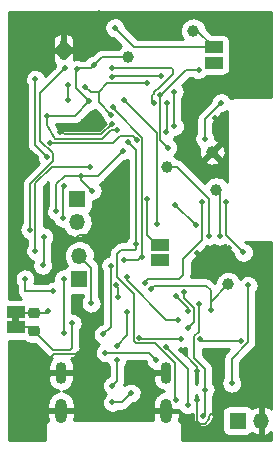
<source format=gbr>
%TF.GenerationSoftware,KiCad,Pcbnew,(5.99.0-8775-g06a515339c)*%
%TF.CreationDate,2021-03-27T13:48:37-04:00*%
%TF.ProjectId,mk2,6d6b322e-6b69-4636-9164-5f7063625858,rev?*%
%TF.SameCoordinates,Original*%
%TF.FileFunction,Copper,L2,Bot*%
%TF.FilePolarity,Positive*%
%FSLAX46Y46*%
G04 Gerber Fmt 4.6, Leading zero omitted, Abs format (unit mm)*
G04 Created by KiCad (PCBNEW (5.99.0-8775-g06a515339c)) date 2021-03-27 13:48:37*
%MOMM*%
%LPD*%
G01*
G04 APERTURE LIST*
G04 Aperture macros list*
%AMRoundRect*
0 Rectangle with rounded corners*
0 $1 Rounding radius*
0 $2 $3 $4 $5 $6 $7 $8 $9 X,Y pos of 4 corners*
0 Add a 4 corners polygon primitive as box body*
4,1,4,$2,$3,$4,$5,$6,$7,$8,$9,$2,$3,0*
0 Add four circle primitives for the rounded corners*
1,1,$1+$1,$2,$3*
1,1,$1+$1,$4,$5*
1,1,$1+$1,$6,$7*
1,1,$1+$1,$8,$9*
0 Add four rect primitives between the rounded corners*
20,1,$1+$1,$2,$3,$4,$5,0*
20,1,$1+$1,$4,$5,$6,$7,0*
20,1,$1+$1,$6,$7,$8,$9,0*
20,1,$1+$1,$8,$9,$2,$3,0*%
G04 Aperture macros list end*
%TA.AperFunction,ComponentPad*%
%ADD10O,0.925000X1.850000*%
%TD*%
%TA.AperFunction,ComponentPad*%
%ADD11O,1.025000X2.050000*%
%TD*%
%TA.AperFunction,ComponentPad*%
%ADD12R,1.350000X1.350000*%
%TD*%
%TA.AperFunction,ComponentPad*%
%ADD13O,1.350000X1.350000*%
%TD*%
%TA.AperFunction,SMDPad,CuDef*%
%ADD14R,0.500000X1.600000*%
%TD*%
%TA.AperFunction,ComponentPad*%
%ADD15C,0.500000*%
%TD*%
%TA.AperFunction,SMDPad,CuDef*%
%ADD16RoundRect,0.218750X0.256250X-0.218750X0.256250X0.218750X-0.256250X0.218750X-0.256250X-0.218750X0*%
%TD*%
%TA.AperFunction,SMDPad,CuDef*%
%ADD17C,1.000000*%
%TD*%
%TA.AperFunction,SMDPad,CuDef*%
%ADD18R,1.500000X1.000000*%
%TD*%
%TA.AperFunction,ViaPad*%
%ADD19C,0.500000*%
%TD*%
%TA.AperFunction,Conductor*%
%ADD20C,0.130000*%
%TD*%
%TA.AperFunction,Conductor*%
%ADD21C,0.254000*%
%TD*%
G04 APERTURE END LIST*
%TO.C,JP3*%
G36*
X13500000Y-39450000D02*
G01*
X12900000Y-39450000D01*
X12900000Y-38950000D01*
X13500000Y-38950000D01*
X13500000Y-39450000D01*
G37*
%TD*%
D10*
%TO.P,J2,S4,SHIELD__3*%
%TO.N,GND*%
X25950000Y-43700000D03*
%TO.P,J2,S3,SHIELD__2*%
X17050000Y-43700000D03*
D11*
%TO.P,J2,S2,SHIELD__1*%
X25950000Y-46900000D03*
%TO.P,J2,S1,SHIELD*%
X17050000Y-46900000D03*
%TD*%
D12*
%TO.P,BT1,1,+*%
%TO.N,+BATT*%
X32000000Y-47750000D03*
D13*
%TO.P,BT1,2,-*%
%TO.N,GND*%
X34000000Y-47750000D03*
%TD*%
D14*
%TO.P,U1,7,EP*%
%TO.N,GND*%
X17253000Y-16383000D03*
D15*
X17253000Y-15833000D03*
X17253000Y-16933000D03*
%TD*%
D12*
%TO.P,J6,1,Pin_1*%
%TO.N,VIN*%
X18600000Y-35800000D03*
D13*
%TO.P,J6,2,Pin_2*%
%TO.N,Net-(J6-Pad2)*%
X18600000Y-33800000D03*
%TD*%
D12*
%TO.P,J3,1,Pin_1*%
%TO.N,Net-(J3-Pad1)*%
X18415000Y-28972000D03*
D13*
%TO.P,J3,2,Pin_2*%
%TO.N,Net-(J3-Pad2)*%
X18415000Y-30972000D03*
%TD*%
D16*
%TO.P,R1,1*%
%TO.N,Net-(D1-Pad3)*%
X14800000Y-40187500D03*
%TO.P,R1,2*%
%TO.N,VIN*%
X14800000Y-38612500D03*
%TD*%
D17*
%TO.P,TP5,1,1*%
%TO.N,VIN*%
X31200000Y-36200000D03*
%TD*%
%TO.P,TP1,1,1*%
%TO.N,GND*%
X29845000Y-25019000D03*
%TD*%
%TO.P,TP3,1,1*%
%TO.N,VCC*%
X22750000Y-17000000D03*
%TD*%
%TO.P,TP6,1,1*%
%TO.N,+5V*%
X28250000Y-14750000D03*
%TD*%
D18*
%TO.P,JP3,1,1*%
%TO.N,VIN*%
X13200000Y-38550000D03*
%TO.P,JP3,2,2*%
%TO.N,Net-(D1-Pad3)*%
X13200000Y-39850000D03*
%TD*%
D17*
%TO.P,TP4,1,1*%
%TO.N,SWDIO*%
X26000000Y-26250000D03*
%TD*%
D18*
%TO.P,JP2,1,1*%
%TO.N,RST*%
X25400000Y-32878000D03*
%TO.P,JP2,2,2*%
%TO.N,GND*%
X25400000Y-34178000D03*
%TD*%
D17*
%TO.P,TP2,1,1*%
%TO.N,SWDCLK*%
X30200000Y-28200000D03*
%TD*%
D18*
%TO.P,JP1,1,1*%
%TO.N,DISP_POWER*%
X29972000Y-17429000D03*
%TO.P,JP1,2,2*%
%TO.N,+5V*%
X29972000Y-16129000D03*
%TD*%
D19*
%TO.N,GND*%
X33655000Y-33172400D03*
X20269200Y-13258800D03*
X14909800Y-25425400D03*
X14986000Y-14478000D03*
X20421600Y-32054800D03*
X18449968Y-42150032D03*
X21336000Y-22606000D03*
X30073600Y-22148800D03*
X16967200Y-23317200D03*
X27200000Y-41800000D03*
X20400000Y-35600000D03*
X28586081Y-33568972D03*
X32639000Y-44704000D03*
X28575000Y-43547000D03*
X13614400Y-23418800D03*
X21831000Y-15937999D03*
X30073600Y-43561000D03*
X14224000Y-26365200D03*
X24900000Y-45000000D03*
X25600000Y-34200000D03*
X28600000Y-46000000D03*
X16052800Y-18034000D03*
X31292800Y-33172400D03*
X30175200Y-46812200D03*
X17983200Y-32664400D03*
X16383000Y-35066000D03*
X19304000Y-16764000D03*
X15000000Y-43600000D03*
X27990800Y-20777200D03*
X13335000Y-29464000D03*
X30937200Y-22910800D03*
%TO.N,VCC*%
X19822694Y-17679875D03*
X15487056Y-34588825D03*
X22301200Y-24892000D03*
X18750000Y-27000000D03*
X16662400Y-30022800D03*
X15825000Y-21925392D03*
X15600000Y-32200000D03*
X19456400Y-20726400D03*
X21793200Y-23164800D03*
X18427000Y-18020600D03*
X19685000Y-28270200D03*
%TO.N,VIN*%
X14000000Y-35750000D03*
X14419999Y-31580001D03*
X24638000Y-36576000D03*
X15950000Y-38500000D03*
X17399000Y-17907000D03*
X29718000Y-38368000D03*
X16383000Y-36816000D03*
%TO.N,BATTPOW*%
X29250000Y-45127000D03*
X29075147Y-47396517D03*
X28702000Y-37868002D03*
%TO.N,VUSB*%
X32325002Y-41000000D03*
X28800009Y-40800000D03*
X23665010Y-40724000D03*
X21249148Y-34630852D03*
X27200000Y-40800000D03*
X21400000Y-46200000D03*
X20620000Y-40450000D03*
X22999617Y-45416901D03*
%TO.N,Net-(IC1-Pad34)*%
X26797000Y-37211000D03*
X27799000Y-38481000D03*
%TO.N,Net-(IC1-Pad35)*%
X27483838Y-36855038D03*
X27799000Y-39878000D03*
%TO.N,RST*%
X24341010Y-28998990D03*
%TO.N,SWDIO*%
X29591000Y-32131000D03*
%TO.N,SWDCLK*%
X30480000Y-32131000D03*
%TO.N,SQW*%
X28702000Y-18034000D03*
X26070863Y-24643340D03*
X25400000Y-20193000D03*
%TO.N,SDA*%
X26814872Y-45995290D03*
X19123667Y-19480928D03*
X23400000Y-32800000D03*
X22758400Y-24180800D03*
X21323702Y-21854327D03*
X24333200Y-19202400D03*
%TO.N,RTCIRQ*%
X22352000Y-20574000D03*
X25146000Y-31115000D03*
%TO.N,SCL*%
X26991028Y-39192882D03*
X23876000Y-33909000D03*
X21452997Y-21219003D03*
X22390798Y-34190798D03*
X17673385Y-20594010D03*
X25979659Y-41521428D03*
X17653000Y-19304000D03*
X27800000Y-46400000D03*
X22600000Y-35600000D03*
%TO.N,BACKLIGHT*%
X26670000Y-29464000D03*
X28440990Y-31195332D03*
%TO.N,BUZZER*%
X16118817Y-24224193D03*
X23446133Y-23976758D03*
%TO.N,CHGNG*%
X32893000Y-36307000D03*
X30988000Y-29210000D03*
X31496000Y-44577000D03*
X32492000Y-33508000D03*
%TO.N,SPI_MOSI*%
X29210000Y-23876000D03*
X30607000Y-20828000D03*
%TO.N,BUTTON1*%
X14885000Y-18850000D03*
X15890675Y-25418525D03*
%TO.N,BUTTON5*%
X19536732Y-26267732D03*
X14885009Y-33350000D03*
%TO.N,BUTTON3*%
X17200000Y-30600000D03*
X17272000Y-35728000D03*
X17272000Y-27925000D03*
X17272000Y-40328000D03*
%TO.N,DISP_POWER*%
X29972000Y-17429000D03*
%TO.N,ACCELINT2*%
X24892000Y-20828000D03*
X26035000Y-20828000D03*
X21336000Y-17907000D03*
X25965209Y-23283318D03*
%TO.N,ACCELINT1*%
X25553943Y-18548721D03*
X26653168Y-22843168D03*
X21336000Y-18643600D03*
X26635326Y-19896775D03*
%TO.N,+5V*%
X21590000Y-14478000D03*
%TO.N,USB_DN_EXT*%
X21800000Y-41400000D03*
X21400000Y-44800000D03*
X22672000Y-38524000D03*
X21800000Y-42600000D03*
%TO.N,FLASHLIGHT*%
X21714158Y-36301245D03*
X21900000Y-37300000D03*
X24130000Y-36068000D03*
X28956000Y-29210000D03*
%TO.N,Net-(D1-Pad3)*%
X18000000Y-39500000D03*
%TO.N,Net-(R12-Pad2)*%
X20800000Y-42000000D03*
X25111855Y-42616481D03*
%TO.N,Net-(J6-Pad2)*%
X19600000Y-37800000D03*
%TD*%
D20*
%TO.N,GND*%
X15000000Y-43600000D02*
X16449968Y-42150032D01*
X34000000Y-47750000D02*
X34000000Y-46065000D01*
X29590158Y-47643723D02*
X29590158Y-47397242D01*
X27200000Y-41800000D02*
X28575000Y-43175000D01*
X30073600Y-22352000D02*
X30175200Y-22453600D01*
X16383000Y-35066000D02*
X16734000Y-35066000D01*
X28560146Y-46039854D02*
X28560146Y-47760146D01*
X17370336Y-23500000D02*
X20442000Y-23500000D01*
X29590158Y-47397242D02*
X30175200Y-46812200D01*
X20269200Y-13258800D02*
X20218400Y-13309600D01*
X28575000Y-43175000D02*
X28575000Y-43547000D01*
X30073600Y-22148800D02*
X30073600Y-22352000D01*
X28560146Y-47760146D02*
X28800000Y-48000000D01*
X16967200Y-23317200D02*
X17370336Y-23500000D01*
X29233881Y-48000000D02*
X29590158Y-47643723D01*
X28800000Y-48000000D02*
X29233881Y-48000000D01*
X16734000Y-35066000D02*
X17000000Y-34800000D01*
X30896228Y-33568972D02*
X28586081Y-33568972D01*
X20421600Y-32054800D02*
X18592800Y-32054800D01*
X28600000Y-46000000D02*
X28560146Y-46039854D01*
X31292800Y-33172400D02*
X30896228Y-33568972D01*
X16449968Y-42150032D02*
X18449968Y-42150032D01*
X20442000Y-23500000D02*
X21336000Y-22606000D01*
X20218400Y-13309600D02*
X20015200Y-13309600D01*
X34000000Y-46065000D02*
X32639000Y-44704000D01*
X18592800Y-32054800D02*
X17983200Y-32664400D01*
%TO.N,VCC*%
X15600000Y-34475881D02*
X15487056Y-34588825D01*
X19685000Y-28270200D02*
X18750000Y-27335200D01*
X18257408Y-21925392D02*
X15825000Y-21925392D01*
X18750000Y-27335200D02*
X18750000Y-27000000D01*
X18515200Y-17932400D02*
X18427000Y-18020600D01*
X17373800Y-27000000D02*
X18750000Y-27000000D01*
X19456400Y-20726400D02*
X18257408Y-21925392D01*
X16662400Y-30022800D02*
X16662400Y-27711400D01*
X20502569Y-17000000D02*
X19822694Y-17679875D01*
X22750000Y-17000000D02*
X20502569Y-17000000D01*
X18338800Y-17932400D02*
X19570169Y-17932400D01*
X18750000Y-27000000D02*
X20193200Y-27000000D01*
X16510000Y-23876000D02*
X15825000Y-22683000D01*
X15600000Y-32200000D02*
X15600000Y-34475881D01*
X20193200Y-27000000D02*
X22301200Y-24892000D01*
X16662400Y-27711400D02*
X17373800Y-27000000D01*
X19822694Y-17679875D02*
X19570169Y-17932400D01*
X18338800Y-17932400D02*
X18338800Y-19608800D01*
X21793200Y-23164800D02*
X21243906Y-23164800D01*
X15825000Y-22683000D02*
X15825000Y-21925392D01*
X21243906Y-23164800D02*
X20532706Y-23876000D01*
X20532706Y-23876000D02*
X16510000Y-23876000D01*
X18338800Y-19608800D02*
X19456400Y-20726400D01*
%TO.N,VIN*%
X16383000Y-36816000D02*
X14066000Y-36816000D01*
X14419999Y-27729005D02*
X14419999Y-31580001D01*
X15309999Y-24072999D02*
X16356989Y-25119989D01*
X15837500Y-38612500D02*
X15950000Y-38500000D01*
X15309999Y-19996001D02*
X15309999Y-24072999D01*
X29337000Y-36322000D02*
X29718000Y-36703000D01*
X16356989Y-25119989D02*
X16356989Y-25792015D01*
X29718000Y-36703000D02*
X29718000Y-38368000D01*
X24638000Y-36576000D02*
X24892000Y-36322000D01*
X14000000Y-36750000D02*
X14000000Y-35750000D01*
X17399000Y-17907000D02*
X15309999Y-19996001D01*
X14066000Y-36816000D02*
X14000000Y-36750000D01*
X14800000Y-38612500D02*
X15837500Y-38612500D01*
X16356989Y-25792015D02*
X14419999Y-27729005D01*
X31200000Y-36200000D02*
X29718000Y-37682000D01*
X14800000Y-38612500D02*
X13262500Y-38612500D01*
X24892000Y-36322000D02*
X29337000Y-36322000D01*
%TO.N,BATTPOW*%
X28334999Y-40576799D02*
X28334999Y-42468293D01*
X29250000Y-45127000D02*
X29250000Y-47221664D01*
X29250000Y-47221664D02*
X29075147Y-47396517D01*
X28334999Y-42468293D02*
X29250000Y-43383294D01*
X29250000Y-43383294D02*
X29250000Y-45127000D01*
X28702000Y-37868002D02*
X28702000Y-40209798D01*
X28702000Y-40209798D02*
X28334999Y-40576799D01*
%TO.N,VUSB*%
X23741010Y-40800000D02*
X23665010Y-40724000D01*
X21249148Y-39820852D02*
X20620000Y-40450000D01*
X22216518Y-46200000D02*
X22999617Y-45416901D01*
X27200000Y-40800000D02*
X23741010Y-40800000D01*
X29000009Y-41000000D02*
X28800009Y-40800000D01*
X21249148Y-34630852D02*
X21249148Y-39820852D01*
X32325002Y-41000000D02*
X29000009Y-41000000D01*
X21400000Y-46200000D02*
X22216518Y-46200000D01*
%TO.N,Net-(IC1-Pad34)*%
X27799000Y-38213000D02*
X27799000Y-38481000D01*
X26797000Y-37211000D02*
X27799000Y-38213000D01*
%TO.N,Net-(IC1-Pad35)*%
X28314001Y-38233799D02*
X27483838Y-37403636D01*
X27483838Y-37403636D02*
X27483838Y-36855038D01*
X28314001Y-39362999D02*
X28314001Y-38233799D01*
X27799000Y-39878000D02*
X28314001Y-39362999D01*
%TO.N,RST*%
X24341010Y-32007067D02*
X24341010Y-28998990D01*
X25265990Y-32932047D02*
X24341010Y-32007067D01*
%TO.N,SWDIO*%
X26000000Y-26250000D02*
X26850000Y-26250000D01*
X26850000Y-26250000D02*
X29591000Y-28991000D01*
X29591000Y-32131000D02*
X29591000Y-28991000D01*
%TO.N,SWDCLK*%
X30480000Y-32131000D02*
X30480000Y-28480000D01*
%TO.N,SQW*%
X28702000Y-18034000D02*
X27644706Y-18034000D01*
X27644706Y-18034000D02*
X25485706Y-20193000D01*
X25426011Y-23998488D02*
X26070863Y-24643340D01*
X25485706Y-20193000D02*
X25400000Y-20193000D01*
X25426011Y-20219011D02*
X25426011Y-23998488D01*
X25400000Y-20193000D02*
X25426011Y-20219011D01*
%TO.N,SDA*%
X20275231Y-19907569D02*
X20275231Y-20805856D01*
X26700303Y-42899697D02*
X26700303Y-45880721D01*
X24333200Y-19202400D02*
X20980400Y-19202400D01*
X22130736Y-33269264D02*
X21800000Y-33600000D01*
X19123667Y-19480928D02*
X19550308Y-19907569D01*
X23400000Y-41200000D02*
X25000607Y-41200000D01*
X19550308Y-19907569D02*
X20275231Y-19907569D01*
X22758400Y-24180800D02*
X23400000Y-24822400D01*
X23400000Y-33200000D02*
X23330736Y-33269264D01*
X23400000Y-24822400D02*
X23400000Y-33200000D01*
X21800000Y-33600000D02*
X21800000Y-35600000D01*
X21800000Y-35600000D02*
X23200000Y-37000000D01*
X20275231Y-20805856D02*
X21323702Y-21854327D01*
X23200000Y-41000000D02*
X23400000Y-41200000D01*
X26700303Y-45880721D02*
X26814872Y-45995290D01*
X23330736Y-33269264D02*
X22130736Y-33269264D01*
X25000607Y-41200000D02*
X26700303Y-42899697D01*
X20275231Y-19907569D02*
X20980400Y-19202400D01*
X23200000Y-37000000D02*
X23200000Y-41000000D01*
%TO.N,RTCIRQ*%
X22352000Y-20574000D02*
X25146000Y-23368000D01*
X25146000Y-31115000D02*
X25146000Y-23368000D01*
%TO.N,SCL*%
X26991028Y-39192882D02*
X25930298Y-39192882D01*
X17673385Y-19324385D02*
X17673385Y-20594010D01*
X21600003Y-21366009D02*
X21600003Y-21473003D01*
X27800000Y-43341769D02*
X25979659Y-41521428D01*
X17653000Y-19304000D02*
X17673385Y-19324385D01*
X25930298Y-39192882D02*
X22600000Y-35862584D01*
X22600000Y-35862584D02*
X22600000Y-35600000D01*
X23876000Y-33909000D02*
X23876000Y-24305935D01*
X27800000Y-46400000D02*
X27800000Y-43341769D01*
X23925991Y-24255944D02*
X23925991Y-23798991D01*
X21452997Y-21219003D02*
X21600003Y-21366009D01*
X23876000Y-24305935D02*
X23925991Y-24255944D01*
X23876000Y-33909000D02*
X23594202Y-34190798D01*
X23925991Y-23798991D02*
X21600003Y-21473003D01*
X22390798Y-34190798D02*
X22334999Y-34134999D01*
X23594202Y-34190798D02*
X22390798Y-34190798D01*
%TO.N,BACKLIGHT*%
X26709658Y-29464000D02*
X28440990Y-31195332D01*
X26670000Y-29464000D02*
X26709658Y-29464000D01*
%TO.N,BUZZER*%
X16118817Y-24224193D02*
X21486292Y-24224193D01*
X23157558Y-23688183D02*
X23446133Y-23976758D01*
X21486292Y-24224193D02*
X22022302Y-23688183D01*
X22022302Y-23688183D02*
X23157558Y-23688183D01*
%TO.N,CHGNG*%
X30988000Y-32004000D02*
X30988000Y-29210000D01*
X31496000Y-42504000D02*
X32893000Y-41107000D01*
X32492000Y-33508000D02*
X30988000Y-32004000D01*
X32893000Y-36307000D02*
X32893000Y-41107000D01*
X31496000Y-44577000D02*
X31496000Y-42504000D01*
%TO.N,SPI_MOSI*%
X29210000Y-22225000D02*
X29210000Y-23876000D01*
X30607000Y-20828000D02*
X29210000Y-22225000D01*
%TO.N,BUTTON1*%
X14885000Y-24412850D02*
X14885000Y-18850000D01*
X14885000Y-24412850D02*
X15890675Y-25418525D01*
%TO.N,BUTTON5*%
X16277268Y-26267732D02*
X14885009Y-27659991D01*
X19536732Y-26267732D02*
X16277268Y-26267732D01*
X14885009Y-27659991D02*
X14885009Y-33350000D01*
%TO.N,BUTTON3*%
X17200000Y-30600000D02*
X17200000Y-27997000D01*
X17272000Y-35728000D02*
X17272000Y-40328000D01*
X17200000Y-27997000D02*
X17272000Y-27925000D01*
%TO.N,ACCELINT2*%
X26416000Y-17907000D02*
X26543000Y-18034000D01*
X24765000Y-20701000D02*
X24892000Y-20828000D01*
X25152794Y-19677989D02*
X24884989Y-19945794D01*
X26035000Y-20828000D02*
X26035000Y-23213527D01*
X25280011Y-19677989D02*
X25152794Y-19677989D01*
X26543000Y-18415000D02*
X25280011Y-19677989D01*
X24765000Y-20193000D02*
X24765000Y-20701000D01*
X24884989Y-19945794D02*
X24884989Y-20073011D01*
X24884989Y-20073011D02*
X24765000Y-20193000D01*
X26543000Y-18034000D02*
X26543000Y-18415000D01*
X26035000Y-23213527D02*
X25965209Y-23283318D01*
X21336000Y-17907000D02*
X26416000Y-17907000D01*
%TO.N,ACCELINT1*%
X21430879Y-18548721D02*
X21336000Y-18643600D01*
X26635326Y-19896775D02*
X26635326Y-22825326D01*
X25553943Y-18548721D02*
X25553943Y-18441943D01*
X25553943Y-18548721D02*
X21430879Y-18548721D01*
X26635326Y-22825326D02*
X26653168Y-22843168D01*
%TO.N,+5V*%
X23241000Y-16129000D02*
X21590000Y-14478000D01*
X29972000Y-16129000D02*
X23241000Y-16129000D01*
X28593000Y-14750000D02*
X29972000Y-16129000D01*
%TO.N,USB_DN_EXT*%
X21800000Y-44400000D02*
X21800000Y-42600000D01*
X22672000Y-40528000D02*
X22672000Y-38524000D01*
X21800000Y-41400000D02*
X22672000Y-40528000D01*
X21400000Y-44800000D02*
X21800000Y-44400000D01*
%TO.N,FLASHLIGHT*%
X24453990Y-35744010D02*
X27055991Y-35744009D01*
X28956000Y-32470718D02*
X28956000Y-29210000D01*
X27400000Y-35400000D02*
X27055991Y-35744009D01*
X28956000Y-32470718D02*
X27400000Y-34026718D01*
X24453990Y-35744010D02*
X24130000Y-36068000D01*
X21900000Y-36487087D02*
X21714158Y-36301245D01*
X27400000Y-34026718D02*
X27400000Y-35400000D01*
X21900000Y-37300000D02*
X21900000Y-36487087D01*
%TO.N,Net-(D1-Pad3)*%
X13200000Y-39850000D02*
X14462500Y-39850000D01*
X16412500Y-41800000D02*
X17800000Y-41800000D01*
X14800000Y-40187500D02*
X16412500Y-41800000D01*
X18000000Y-41600000D02*
X18000000Y-39500000D01*
X17800000Y-41800000D02*
X18000000Y-41600000D01*
%TO.N,Net-(R12-Pad2)*%
X24495374Y-42000000D02*
X25111855Y-42616481D01*
X20800000Y-42000000D02*
X24495374Y-42000000D01*
%TO.N,Net-(J6-Pad2)*%
X19600000Y-34800000D02*
X19600000Y-37800000D01*
X18600000Y-33800000D02*
X19600000Y-34800000D01*
%TD*%
%TO.N,GND*%
D21*
X34866000Y-20366000D02*
X31722378Y-20366000D01*
X31681148Y-20365748D01*
X31645754Y-20370596D01*
X31617365Y-20378709D01*
X31588154Y-20382893D01*
X31553865Y-20392920D01*
X31530543Y-20403524D01*
X31505903Y-20410566D01*
X31473290Y-20425155D01*
X31448326Y-20440907D01*
X31421461Y-20453121D01*
X31413577Y-20458163D01*
X31408126Y-20443145D01*
X31395059Y-20417051D01*
X31298103Y-20269168D01*
X31279384Y-20246780D01*
X31151008Y-20125169D01*
X31127640Y-20107688D01*
X30974730Y-20018871D01*
X30947968Y-20007235D01*
X30778727Y-19955977D01*
X30750006Y-19950809D01*
X30573513Y-19939859D01*
X30544373Y-19941437D01*
X30370094Y-19971384D01*
X30342099Y-19979623D01*
X30179384Y-20048859D01*
X30154035Y-20063318D01*
X30011612Y-20168129D01*
X29990269Y-20188032D01*
X29875778Y-20322797D01*
X29859586Y-20347075D01*
X29779168Y-20504564D01*
X29768996Y-20531917D01*
X29726966Y-20703682D01*
X29724816Y-20720942D01*
X28748072Y-21697686D01*
X28724235Y-21715977D01*
X28700977Y-21739235D01*
X28677670Y-21769610D01*
X28677656Y-21769625D01*
X28609041Y-21859046D01*
X28592595Y-21887532D01*
X28534803Y-22027055D01*
X28526290Y-22058827D01*
X28506578Y-22208554D01*
X28506578Y-22241446D01*
X28510500Y-22271237D01*
X28510500Y-23333458D01*
X28478778Y-23370797D01*
X28462586Y-23395075D01*
X28382168Y-23552564D01*
X28371996Y-23579917D01*
X28329966Y-23751682D01*
X28326359Y-23780640D01*
X28324970Y-23957468D01*
X28328122Y-23986480D01*
X28367449Y-24158884D01*
X28377190Y-24186393D01*
X28455124Y-24345125D01*
X28470933Y-24369655D01*
X28583294Y-24506202D01*
X28604321Y-24526437D01*
X28745080Y-24633473D01*
X28770198Y-24648328D01*
X28772410Y-24649311D01*
X28734034Y-24770286D01*
X28728921Y-24794340D01*
X28706884Y-24990811D01*
X28706541Y-25015399D01*
X28723084Y-25212409D01*
X28727523Y-25236596D01*
X28782017Y-25426640D01*
X28791070Y-25449505D01*
X28862272Y-25588047D01*
X28911200Y-25639492D01*
X28980174Y-25656317D01*
X29047295Y-25633181D01*
X29063433Y-25619547D01*
X29690763Y-24992217D01*
X30081089Y-24992217D01*
X30086154Y-25063032D01*
X30115115Y-25108095D01*
X30625468Y-25618448D01*
X30687780Y-25652474D01*
X30758595Y-25647409D01*
X30815431Y-25604862D01*
X30824119Y-25591590D01*
X30879978Y-25493261D01*
X30889980Y-25470795D01*
X30952384Y-25283200D01*
X30957832Y-25259221D01*
X30982611Y-25063077D01*
X30983593Y-25049044D01*
X30983988Y-25020759D01*
X30983399Y-25006705D01*
X30964107Y-24809946D01*
X30959330Y-24785823D01*
X30902187Y-24596558D01*
X30892817Y-24573823D01*
X30826400Y-24448909D01*
X30776759Y-24398152D01*
X30707556Y-24382291D01*
X30640765Y-24406361D01*
X30626053Y-24418967D01*
X30115115Y-24929905D01*
X30081089Y-24992217D01*
X29690763Y-24992217D01*
X30444831Y-24238149D01*
X30478857Y-24175837D01*
X30473792Y-24105022D01*
X30431245Y-24048186D01*
X30415664Y-24038218D01*
X30297481Y-23974317D01*
X30274813Y-23964788D01*
X30097601Y-23909931D01*
X30098314Y-23904548D01*
X30099402Y-23888981D01*
X30099496Y-23876988D01*
X30098652Y-23861409D01*
X30078174Y-23685766D01*
X30071461Y-23657366D01*
X30011126Y-23491145D01*
X29998059Y-23465051D01*
X29909500Y-23329976D01*
X29909500Y-22514742D01*
X30715977Y-21708265D01*
X30736210Y-21707329D01*
X30765010Y-21702613D01*
X30935034Y-21654020D01*
X30961975Y-21642806D01*
X31116000Y-21556548D01*
X31116000Y-27527857D01*
X31016793Y-27406217D01*
X30999465Y-27388768D01*
X30847057Y-27262685D01*
X30826670Y-27248934D01*
X30652675Y-27154856D01*
X30630007Y-27145327D01*
X30441052Y-27086835D01*
X30416962Y-27081890D01*
X30220246Y-27061215D01*
X30195656Y-27061044D01*
X29998669Y-27078971D01*
X29974514Y-27083578D01*
X29784761Y-27139425D01*
X29761961Y-27148637D01*
X29586670Y-27240277D01*
X29566093Y-27253742D01*
X29411939Y-27377685D01*
X29394369Y-27394891D01*
X29267225Y-27546415D01*
X29253332Y-27566705D01*
X29218786Y-27629544D01*
X27451113Y-25861871D01*
X29211435Y-25861871D01*
X29216500Y-25932686D01*
X29259047Y-25989522D01*
X29273086Y-25998642D01*
X29377976Y-26057263D01*
X29400510Y-26067108D01*
X29588537Y-26128202D01*
X29612554Y-26133483D01*
X29808866Y-26156892D01*
X29833452Y-26157407D01*
X30030573Y-26142239D01*
X30054790Y-26137969D01*
X30245210Y-26084803D01*
X30268136Y-26075910D01*
X30413577Y-26002443D01*
X30465363Y-25953875D01*
X30482669Y-25885021D01*
X30460003Y-25817739D01*
X30445862Y-25800882D01*
X29934095Y-25289115D01*
X29871783Y-25255089D01*
X29800968Y-25260154D01*
X29755905Y-25289115D01*
X29245461Y-25799559D01*
X29211435Y-25861871D01*
X27451113Y-25861871D01*
X27377314Y-25788072D01*
X27359023Y-25764235D01*
X27335765Y-25740977D01*
X27305390Y-25717670D01*
X27305375Y-25717656D01*
X27215954Y-25649041D01*
X27187468Y-25632595D01*
X27047945Y-25574803D01*
X27016173Y-25566290D01*
X26904425Y-25551578D01*
X26893380Y-25550124D01*
X26816793Y-25456218D01*
X26799465Y-25438768D01*
X26648320Y-25313730D01*
X26734034Y-25235050D01*
X26753103Y-25212958D01*
X26852370Y-25066616D01*
X26865845Y-25040731D01*
X26928784Y-24875478D01*
X26935943Y-24847187D01*
X26959177Y-24671888D01*
X26960265Y-24656321D01*
X26960359Y-24644328D01*
X26959515Y-24628749D01*
X26939037Y-24453106D01*
X26932324Y-24424706D01*
X26871989Y-24258485D01*
X26858922Y-24232391D01*
X26761966Y-24084508D01*
X26743247Y-24062120D01*
X26614871Y-23940509D01*
X26591503Y-23923028D01*
X26582062Y-23917544D01*
X26628380Y-23875028D01*
X26647449Y-23852936D01*
X26734423Y-23724717D01*
X26782379Y-23722497D01*
X26811178Y-23717781D01*
X26981202Y-23669188D01*
X27008143Y-23657974D01*
X27162429Y-23571570D01*
X27186068Y-23554458D01*
X27316339Y-23434878D01*
X27335408Y-23412786D01*
X27434675Y-23266444D01*
X27448150Y-23240559D01*
X27511089Y-23075306D01*
X27518248Y-23047015D01*
X27541482Y-22871716D01*
X27542570Y-22856149D01*
X27542664Y-22844156D01*
X27541820Y-22828577D01*
X27521342Y-22652934D01*
X27514629Y-22624534D01*
X27454294Y-22458313D01*
X27441227Y-22432219D01*
X27344271Y-22284336D01*
X27334826Y-22273040D01*
X27334826Y-20440948D01*
X27416833Y-20320051D01*
X27430308Y-20294166D01*
X27493247Y-20128913D01*
X27500406Y-20100622D01*
X27523640Y-19925323D01*
X27524728Y-19909756D01*
X27524822Y-19897763D01*
X27523978Y-19882184D01*
X27503500Y-19706541D01*
X27496787Y-19678141D01*
X27436452Y-19511920D01*
X27423385Y-19485826D01*
X27327845Y-19340103D01*
X27934448Y-18733500D01*
X28160842Y-18733500D01*
X28237080Y-18791473D01*
X28262199Y-18806328D01*
X28423806Y-18878111D01*
X28451668Y-18886790D01*
X28625455Y-18919470D01*
X28654567Y-18921505D01*
X28831211Y-18913329D01*
X28860010Y-18908613D01*
X29030034Y-18860020D01*
X29056975Y-18848806D01*
X29211261Y-18762402D01*
X29234900Y-18745290D01*
X29365171Y-18625710D01*
X29384240Y-18603618D01*
X29408061Y-18568500D01*
X30722000Y-18568500D01*
X30730989Y-18568179D01*
X30804068Y-18562952D01*
X30830577Y-18558169D01*
X30970814Y-18516992D01*
X31003437Y-18502094D01*
X31126392Y-18423075D01*
X31153495Y-18399590D01*
X31249208Y-18289132D01*
X31268598Y-18258961D01*
X31329314Y-18126012D01*
X31339418Y-18091601D01*
X31360218Y-17946931D01*
X31361500Y-17929000D01*
X31361500Y-16929000D01*
X31361179Y-16920011D01*
X31355952Y-16846932D01*
X31351169Y-16820423D01*
X31340499Y-16784083D01*
X31360218Y-16646931D01*
X31361500Y-16629000D01*
X31361500Y-15629000D01*
X31361179Y-15620011D01*
X31355952Y-15546932D01*
X31351169Y-15520423D01*
X31309992Y-15380186D01*
X31295094Y-15347563D01*
X31216075Y-15224608D01*
X31192590Y-15197505D01*
X31082132Y-15101792D01*
X31051961Y-15082402D01*
X30919012Y-15021686D01*
X30884601Y-15011582D01*
X30739931Y-14990782D01*
X30722000Y-14989500D01*
X29821742Y-14989500D01*
X29368735Y-14536492D01*
X29364820Y-14516725D01*
X29307649Y-14327367D01*
X29298279Y-14304632D01*
X29205418Y-14129985D01*
X29191809Y-14109502D01*
X29066793Y-13956217D01*
X29049465Y-13938768D01*
X28897057Y-13812685D01*
X28876670Y-13798934D01*
X28702675Y-13704856D01*
X28680007Y-13695327D01*
X28491052Y-13636835D01*
X28466962Y-13631890D01*
X28270246Y-13611215D01*
X28245656Y-13611044D01*
X28048669Y-13628971D01*
X28024514Y-13633578D01*
X27834761Y-13689425D01*
X27811961Y-13698637D01*
X27636670Y-13790277D01*
X27616093Y-13803742D01*
X27461939Y-13927685D01*
X27444369Y-13944891D01*
X27317225Y-14096415D01*
X27303332Y-14116705D01*
X27208041Y-14290039D01*
X27198354Y-14312641D01*
X27138545Y-14501183D01*
X27133432Y-14525237D01*
X27111384Y-14721804D01*
X27111041Y-14746392D01*
X27127592Y-14943499D01*
X27132031Y-14967687D01*
X27186553Y-15157825D01*
X27195605Y-15180688D01*
X27286019Y-15356615D01*
X27299341Y-15377285D01*
X27340726Y-15429500D01*
X23530741Y-15429500D01*
X22467302Y-14366061D01*
X22458174Y-14287766D01*
X22451461Y-14259366D01*
X22391126Y-14093145D01*
X22378059Y-14067051D01*
X22281103Y-13919168D01*
X22262384Y-13896780D01*
X22134008Y-13775169D01*
X22110640Y-13757688D01*
X21957730Y-13668871D01*
X21930968Y-13657235D01*
X21761727Y-13605977D01*
X21733006Y-13600809D01*
X21556513Y-13589859D01*
X21527373Y-13591437D01*
X21353094Y-13621384D01*
X21325099Y-13629623D01*
X21162384Y-13698859D01*
X21137035Y-13713318D01*
X20994612Y-13818129D01*
X20973269Y-13838032D01*
X20858778Y-13972797D01*
X20842586Y-13997075D01*
X20762168Y-14154564D01*
X20751996Y-14181917D01*
X20709966Y-14353682D01*
X20706359Y-14382640D01*
X20704970Y-14559468D01*
X20708122Y-14588480D01*
X20747449Y-14760884D01*
X20757190Y-14788393D01*
X20835124Y-14947125D01*
X20850933Y-14971655D01*
X20963294Y-15108202D01*
X20984321Y-15128437D01*
X21125080Y-15235473D01*
X21150199Y-15250328D01*
X21311806Y-15322111D01*
X21339668Y-15330790D01*
X21479921Y-15357164D01*
X22153984Y-16031226D01*
X22136670Y-16040277D01*
X22116093Y-16053742D01*
X21961939Y-16177685D01*
X21944370Y-16194891D01*
X21855753Y-16300500D01*
X20548799Y-16300500D01*
X20519015Y-16296579D01*
X20486123Y-16296579D01*
X20448156Y-16301577D01*
X20448144Y-16301578D01*
X20336396Y-16316290D01*
X20304624Y-16324803D01*
X20165101Y-16382595D01*
X20136615Y-16399042D01*
X20085715Y-16438099D01*
X20047194Y-16467657D01*
X20047191Y-16467660D01*
X20016804Y-16490977D01*
X19993546Y-16514235D01*
X19975255Y-16538072D01*
X19711705Y-16801622D01*
X19585788Y-16823259D01*
X19557793Y-16831498D01*
X19395078Y-16900734D01*
X19369729Y-16915193D01*
X19227306Y-17020004D01*
X19205963Y-17039907D01*
X19091472Y-17174672D01*
X19075280Y-17198950D01*
X19057944Y-17232900D01*
X18831623Y-17232900D01*
X18794730Y-17211471D01*
X18767968Y-17199835D01*
X18598727Y-17148577D01*
X18570006Y-17143409D01*
X18393513Y-17132459D01*
X18364373Y-17134037D01*
X18190094Y-17163984D01*
X18162099Y-17172223D01*
X18142000Y-17180775D01*
X18142000Y-16633000D01*
X18121998Y-16564879D01*
X18068342Y-16518386D01*
X18016000Y-16507000D01*
X17906553Y-16507000D01*
X17838432Y-16527002D01*
X17817458Y-16543905D01*
X17341187Y-17020176D01*
X17336373Y-17020437D01*
X17190193Y-17045556D01*
X16688542Y-16543905D01*
X16626230Y-16509879D01*
X16599447Y-16507000D01*
X16490000Y-16507000D01*
X16421879Y-16527002D01*
X16375386Y-16580658D01*
X16364000Y-16633000D01*
X16364000Y-17183000D01*
X16364321Y-17191989D01*
X16369543Y-17264997D01*
X16374326Y-17291506D01*
X16415463Y-17431606D01*
X16430361Y-17464228D01*
X16509302Y-17587064D01*
X16532788Y-17614169D01*
X16555405Y-17633767D01*
X16518966Y-17782682D01*
X16516816Y-17799943D01*
X15730198Y-18586561D01*
X15686126Y-18465145D01*
X15673059Y-18439051D01*
X15576103Y-18291168D01*
X15557384Y-18268780D01*
X15429008Y-18147169D01*
X15405640Y-18129688D01*
X15252730Y-18040871D01*
X15225968Y-18029235D01*
X15056727Y-17977977D01*
X15028006Y-17972809D01*
X14851513Y-17961859D01*
X14822373Y-17963437D01*
X14648094Y-17993384D01*
X14620099Y-18001623D01*
X14457384Y-18070859D01*
X14432035Y-18085318D01*
X14289612Y-18190129D01*
X14268269Y-18210032D01*
X14153778Y-18344797D01*
X14137586Y-18369075D01*
X14057168Y-18526564D01*
X14046996Y-18553917D01*
X14004966Y-18725682D01*
X14001359Y-18754640D01*
X13999970Y-18931468D01*
X14003122Y-18960480D01*
X14042449Y-19132884D01*
X14052190Y-19160393D01*
X14130124Y-19319125D01*
X14145932Y-19343655D01*
X14185500Y-19391740D01*
X14185500Y-24366613D01*
X14181578Y-24396404D01*
X14181578Y-24429296D01*
X14201290Y-24579023D01*
X14209803Y-24610795D01*
X14267595Y-24750318D01*
X14284041Y-24778804D01*
X14352656Y-24868225D01*
X14352670Y-24868240D01*
X14375977Y-24898615D01*
X14399235Y-24921873D01*
X14423072Y-24940164D01*
X15008417Y-25525509D01*
X15008797Y-25529005D01*
X15048124Y-25701409D01*
X15057865Y-25728918D01*
X15135799Y-25887650D01*
X15151608Y-25912180D01*
X15194933Y-25964830D01*
X13958071Y-27201691D01*
X13934234Y-27219982D01*
X13910976Y-27243240D01*
X13887669Y-27273615D01*
X13887655Y-27273630D01*
X13819040Y-27363051D01*
X13802594Y-27391537D01*
X13744802Y-27531060D01*
X13736289Y-27562832D01*
X13716577Y-27712559D01*
X13716577Y-27745451D01*
X13720499Y-27775242D01*
X13720499Y-31037459D01*
X13688777Y-31074798D01*
X13672585Y-31099076D01*
X13592167Y-31256565D01*
X13581995Y-31283918D01*
X13539965Y-31455683D01*
X13536358Y-31484641D01*
X13534969Y-31661469D01*
X13538121Y-31690481D01*
X13577448Y-31862885D01*
X13587189Y-31890394D01*
X13665123Y-32049126D01*
X13680932Y-32073656D01*
X13793293Y-32210203D01*
X13814320Y-32230438D01*
X13955079Y-32337474D01*
X13980198Y-32352329D01*
X14141805Y-32424112D01*
X14169667Y-32432791D01*
X14185509Y-32435770D01*
X14185509Y-32807458D01*
X14153787Y-32844797D01*
X14137595Y-32869075D01*
X14057177Y-33026564D01*
X14047005Y-33053917D01*
X14004975Y-33225682D01*
X14001368Y-33254640D01*
X13999979Y-33431468D01*
X14003131Y-33460480D01*
X14042458Y-33632884D01*
X14052199Y-33660393D01*
X14130133Y-33819125D01*
X14145942Y-33843655D01*
X14258303Y-33980202D01*
X14279330Y-34000437D01*
X14420089Y-34107473D01*
X14445208Y-34122328D01*
X14606815Y-34194111D01*
X14634677Y-34202790D01*
X14686238Y-34212486D01*
X14659224Y-34265389D01*
X14649052Y-34292742D01*
X14607022Y-34464507D01*
X14603415Y-34493465D01*
X14602026Y-34670293D01*
X14605178Y-34699305D01*
X14644505Y-34871709D01*
X14654246Y-34899218D01*
X14732180Y-35057950D01*
X14747989Y-35082480D01*
X14860350Y-35219027D01*
X14881377Y-35239262D01*
X15022136Y-35346298D01*
X15047255Y-35361153D01*
X15208862Y-35432936D01*
X15236724Y-35441615D01*
X15410511Y-35474295D01*
X15439623Y-35476330D01*
X15616267Y-35468154D01*
X15645066Y-35463438D01*
X15815090Y-35414845D01*
X15842031Y-35403631D01*
X15996317Y-35317227D01*
X16019956Y-35300115D01*
X16150227Y-35180535D01*
X16169296Y-35158443D01*
X16268563Y-35012101D01*
X16282038Y-34986216D01*
X16344977Y-34820963D01*
X16352136Y-34792672D01*
X16375370Y-34617373D01*
X16376458Y-34601806D01*
X16376552Y-34589813D01*
X16375708Y-34574234D01*
X16355230Y-34398591D01*
X16348517Y-34370191D01*
X16299500Y-34235150D01*
X16299500Y-32744173D01*
X16381507Y-32623276D01*
X16394982Y-32597391D01*
X16457921Y-32432138D01*
X16465080Y-32403847D01*
X16488314Y-32228548D01*
X16489402Y-32212981D01*
X16489496Y-32200988D01*
X16488652Y-32185409D01*
X16468174Y-32009766D01*
X16461461Y-31981366D01*
X16401126Y-31815145D01*
X16388059Y-31789051D01*
X16291103Y-31641168D01*
X16272384Y-31618780D01*
X16144008Y-31497169D01*
X16120640Y-31479688D01*
X15967730Y-31390871D01*
X15940968Y-31379235D01*
X15771727Y-31327977D01*
X15743006Y-31322809D01*
X15584509Y-31312976D01*
X15584509Y-27949733D01*
X15977125Y-27557117D01*
X15968492Y-27622691D01*
X15958978Y-27694953D01*
X15958978Y-27727846D01*
X15962900Y-27757637D01*
X15962900Y-29480258D01*
X15931178Y-29517597D01*
X15914986Y-29541875D01*
X15834568Y-29699364D01*
X15824396Y-29726717D01*
X15782366Y-29898482D01*
X15778759Y-29927440D01*
X15777370Y-30104268D01*
X15780522Y-30133280D01*
X15819849Y-30305684D01*
X15829590Y-30333193D01*
X15907524Y-30491925D01*
X15923333Y-30516455D01*
X16035694Y-30653002D01*
X16056721Y-30673237D01*
X16197480Y-30780273D01*
X16222599Y-30795128D01*
X16350377Y-30851885D01*
X16357449Y-30882885D01*
X16367190Y-30910393D01*
X16445124Y-31069125D01*
X16460933Y-31093655D01*
X16573294Y-31230202D01*
X16594321Y-31250437D01*
X16735080Y-31357473D01*
X16760199Y-31372328D01*
X16921806Y-31444111D01*
X16949668Y-31452790D01*
X17123455Y-31485470D01*
X17152567Y-31487505D01*
X17209469Y-31484871D01*
X17271303Y-31619001D01*
X17282832Y-31638970D01*
X17408361Y-31816589D01*
X17423336Y-31834123D01*
X17579131Y-31985892D01*
X17597051Y-32000403D01*
X17777895Y-32121239D01*
X17798159Y-32132242D01*
X17997995Y-32218099D01*
X18019926Y-32225224D01*
X18232063Y-32273225D01*
X18254923Y-32276235D01*
X18472254Y-32284774D01*
X18495281Y-32283567D01*
X18710530Y-32252358D01*
X18732951Y-32246975D01*
X18938908Y-32177062D01*
X18959973Y-32167683D01*
X19149740Y-32061408D01*
X19168744Y-32048348D01*
X19335966Y-31909270D01*
X19352270Y-31892966D01*
X19491348Y-31725744D01*
X19504408Y-31706740D01*
X19610683Y-31516973D01*
X19620062Y-31495908D01*
X19689975Y-31289951D01*
X19695358Y-31267530D01*
X19726567Y-31052281D01*
X19727828Y-31037500D01*
X19729457Y-30975299D01*
X19728971Y-30960471D01*
X19709069Y-30743884D01*
X19704867Y-30721212D01*
X19645829Y-30511879D01*
X19637566Y-30490352D01*
X19541369Y-30295282D01*
X19529321Y-30275621D01*
X19450104Y-30169537D01*
X19494392Y-30141075D01*
X19521495Y-30117590D01*
X19617208Y-30007132D01*
X19636598Y-29976961D01*
X19697314Y-29844012D01*
X19707418Y-29809601D01*
X19728218Y-29664931D01*
X19729500Y-29647000D01*
X19729500Y-29153450D01*
X19814211Y-29149529D01*
X19843010Y-29144813D01*
X20013034Y-29096220D01*
X20039975Y-29085006D01*
X20194261Y-28998602D01*
X20217900Y-28981490D01*
X20348171Y-28861910D01*
X20367240Y-28839818D01*
X20466507Y-28693476D01*
X20479982Y-28667591D01*
X20542921Y-28502338D01*
X20550080Y-28474047D01*
X20573314Y-28298748D01*
X20574402Y-28283181D01*
X20574496Y-28271188D01*
X20573652Y-28255609D01*
X20553174Y-28079966D01*
X20546461Y-28051566D01*
X20486126Y-27885345D01*
X20473059Y-27859251D01*
X20376103Y-27711368D01*
X20357384Y-27688980D01*
X20352742Y-27684583D01*
X20359373Y-27683710D01*
X20391145Y-27675197D01*
X20530668Y-27617405D01*
X20559154Y-27600959D01*
X20648575Y-27532344D01*
X20648590Y-27532330D01*
X20678965Y-27509023D01*
X20702223Y-27485765D01*
X20720514Y-27461928D01*
X22410177Y-25772265D01*
X22430410Y-25771329D01*
X22459210Y-25766613D01*
X22629234Y-25718020D01*
X22656175Y-25706806D01*
X22700500Y-25681983D01*
X22700500Y-32257458D01*
X22668778Y-32294797D01*
X22652586Y-32319075D01*
X22572168Y-32476564D01*
X22561996Y-32503917D01*
X22545884Y-32569764D01*
X22176966Y-32569764D01*
X22147182Y-32565843D01*
X22114290Y-32565843D01*
X22076323Y-32570841D01*
X22076311Y-32570842D01*
X21964563Y-32585554D01*
X21932791Y-32594067D01*
X21793268Y-32651859D01*
X21764782Y-32668305D01*
X21675361Y-32736920D01*
X21675346Y-32736934D01*
X21644971Y-32760241D01*
X21621713Y-32783499D01*
X21603422Y-32807336D01*
X21338072Y-33072686D01*
X21314235Y-33090977D01*
X21290977Y-33114235D01*
X21267670Y-33144610D01*
X21267656Y-33144625D01*
X21199041Y-33234046D01*
X21182595Y-33262532D01*
X21124803Y-33402055D01*
X21116290Y-33433827D01*
X21096578Y-33583554D01*
X21096578Y-33616446D01*
X21100500Y-33646237D01*
X21100500Y-33759070D01*
X21012242Y-33774236D01*
X20984247Y-33782475D01*
X20821532Y-33851711D01*
X20796183Y-33866170D01*
X20653760Y-33970981D01*
X20632417Y-33990884D01*
X20517926Y-34125649D01*
X20501734Y-34149927D01*
X20421316Y-34307416D01*
X20411144Y-34334769D01*
X20369114Y-34506534D01*
X20365507Y-34535492D01*
X20364118Y-34712320D01*
X20367270Y-34741332D01*
X20406597Y-34913736D01*
X20416338Y-34941245D01*
X20494272Y-35099977D01*
X20510080Y-35124507D01*
X20549648Y-35172592D01*
X20549648Y-39531110D01*
X20509010Y-39571747D01*
X20383094Y-39593384D01*
X20355099Y-39601623D01*
X20192384Y-39670859D01*
X20167035Y-39685318D01*
X20024612Y-39790129D01*
X20003269Y-39810032D01*
X19888778Y-39944797D01*
X19872586Y-39969075D01*
X19792168Y-40126564D01*
X19781996Y-40153917D01*
X19739966Y-40325682D01*
X19736359Y-40354640D01*
X19734970Y-40531468D01*
X19738122Y-40560480D01*
X19777449Y-40732884D01*
X19787190Y-40760393D01*
X19865124Y-40919125D01*
X19880933Y-40943655D01*
X19993294Y-41080202D01*
X20014321Y-41100437D01*
X20155080Y-41207473D01*
X20180199Y-41222328D01*
X20295246Y-41273430D01*
X20204612Y-41340129D01*
X20183269Y-41360032D01*
X20068778Y-41494797D01*
X20052586Y-41519075D01*
X19972168Y-41676564D01*
X19961996Y-41703917D01*
X19919966Y-41875682D01*
X19916359Y-41904640D01*
X19914970Y-42081468D01*
X19918122Y-42110480D01*
X19957449Y-42282884D01*
X19967190Y-42310393D01*
X20045124Y-42469125D01*
X20060933Y-42493655D01*
X20173294Y-42630202D01*
X20194321Y-42650437D01*
X20335080Y-42757473D01*
X20360199Y-42772328D01*
X20521806Y-42844111D01*
X20549668Y-42852790D01*
X20723455Y-42885470D01*
X20752567Y-42887505D01*
X20929211Y-42879329D01*
X20955650Y-42874999D01*
X20957449Y-42882884D01*
X20967190Y-42910393D01*
X21045124Y-43069125D01*
X21060932Y-43093655D01*
X21100500Y-43141740D01*
X21100500Y-43966345D01*
X20972384Y-44020859D01*
X20947035Y-44035318D01*
X20804612Y-44140129D01*
X20783269Y-44160032D01*
X20668778Y-44294797D01*
X20652586Y-44319075D01*
X20572168Y-44476564D01*
X20561996Y-44503917D01*
X20519966Y-44675682D01*
X20516359Y-44704640D01*
X20514970Y-44881468D01*
X20518122Y-44910480D01*
X20557449Y-45082884D01*
X20567190Y-45110393D01*
X20645124Y-45269125D01*
X20660933Y-45293655D01*
X20773294Y-45430202D01*
X20794321Y-45450437D01*
X20859323Y-45499866D01*
X20804612Y-45540129D01*
X20783269Y-45560032D01*
X20668778Y-45694797D01*
X20652586Y-45719075D01*
X20572168Y-45876564D01*
X20561996Y-45903917D01*
X20519966Y-46075682D01*
X20516359Y-46104640D01*
X20514970Y-46281468D01*
X20518122Y-46310480D01*
X20557449Y-46482884D01*
X20567190Y-46510393D01*
X20645124Y-46669125D01*
X20660933Y-46693655D01*
X20773294Y-46830202D01*
X20794321Y-46850437D01*
X20935080Y-46957473D01*
X20960199Y-46972328D01*
X21121806Y-47044111D01*
X21149668Y-47052790D01*
X21323455Y-47085470D01*
X21352567Y-47087505D01*
X21529211Y-47079329D01*
X21558010Y-47074613D01*
X21728034Y-47026020D01*
X21754975Y-47014806D01*
X21909261Y-46928402D01*
X21932900Y-46911290D01*
X21945744Y-46899500D01*
X22170281Y-46899500D01*
X22200072Y-46903422D01*
X22232964Y-46903422D01*
X22382691Y-46883710D01*
X22414463Y-46875197D01*
X22553986Y-46817405D01*
X22582472Y-46800959D01*
X22671893Y-46732344D01*
X22671908Y-46732330D01*
X22702283Y-46709023D01*
X22725541Y-46685765D01*
X22743832Y-46661928D01*
X23108594Y-46297166D01*
X23128827Y-46296230D01*
X23157627Y-46291514D01*
X23327651Y-46242921D01*
X23354592Y-46231707D01*
X23508878Y-46145303D01*
X23532517Y-46128191D01*
X23662788Y-46008611D01*
X23681857Y-45986519D01*
X23781124Y-45840177D01*
X23794599Y-45814292D01*
X23857538Y-45649039D01*
X23864697Y-45620748D01*
X23887931Y-45445449D01*
X23889019Y-45429882D01*
X23889113Y-45417889D01*
X23888269Y-45402310D01*
X23867791Y-45226667D01*
X23861078Y-45198267D01*
X23800743Y-45032046D01*
X23787676Y-45005952D01*
X23690720Y-44858069D01*
X23672001Y-44835681D01*
X23543625Y-44714070D01*
X23520257Y-44696589D01*
X23367347Y-44607772D01*
X23340585Y-44596136D01*
X23171344Y-44544878D01*
X23142623Y-44539710D01*
X22966130Y-44528760D01*
X22936990Y-44530338D01*
X22762711Y-44560285D01*
X22734716Y-44568524D01*
X22572001Y-44637760D01*
X22546652Y-44652219D01*
X22407502Y-44754622D01*
X22417405Y-44737468D01*
X22475197Y-44597945D01*
X22483710Y-44566173D01*
X22498422Y-44454425D01*
X22498422Y-44454419D01*
X22503421Y-44416446D01*
X22503421Y-44383554D01*
X22499500Y-44353770D01*
X22499500Y-43144173D01*
X22581507Y-43023276D01*
X22594982Y-42997391D01*
X22657921Y-42832138D01*
X22665080Y-42803847D01*
X22678910Y-42699500D01*
X24205632Y-42699500D01*
X24229597Y-42723465D01*
X24229977Y-42726961D01*
X24269304Y-42899365D01*
X24279045Y-42926874D01*
X24356979Y-43085606D01*
X24372788Y-43110136D01*
X24485149Y-43246683D01*
X24506176Y-43266918D01*
X24646935Y-43373954D01*
X24672054Y-43388809D01*
X24833661Y-43460592D01*
X24860213Y-43468863D01*
X24873502Y-43514121D01*
X24927158Y-43560614D01*
X24979500Y-43572000D01*
X26000803Y-43572000D01*
X26000803Y-43828000D01*
X24979500Y-43828000D01*
X24911379Y-43848002D01*
X24864886Y-43901658D01*
X24853500Y-43954000D01*
X24853500Y-44211725D01*
X24854145Y-44224458D01*
X24869069Y-44371385D01*
X24874190Y-44396331D01*
X24933149Y-44584469D01*
X24943181Y-44607876D01*
X25038767Y-44780317D01*
X25053301Y-44801228D01*
X25181608Y-44950927D01*
X25200050Y-44968490D01*
X25355838Y-45089331D01*
X25377434Y-45102825D01*
X25554338Y-45189873D01*
X25578207Y-45198750D01*
X25769001Y-45248448D01*
X25786006Y-45251081D01*
X25746421Y-45254683D01*
X25722265Y-45259291D01*
X25530266Y-45315800D01*
X25507466Y-45325011D01*
X25330099Y-45417736D01*
X25309522Y-45431201D01*
X25153543Y-45556611D01*
X25135973Y-45573817D01*
X25007324Y-45727135D01*
X24993431Y-45747425D01*
X24897012Y-45922812D01*
X24887325Y-45945414D01*
X24826808Y-46136188D01*
X24821695Y-46160242D01*
X24804285Y-46315453D01*
X24803500Y-46329498D01*
X24803500Y-46646000D01*
X24823502Y-46714121D01*
X24877158Y-46760614D01*
X24929500Y-46772000D01*
X26384936Y-46772000D01*
X26536678Y-46839401D01*
X26564540Y-46848080D01*
X26738327Y-46880760D01*
X26767439Y-46882795D01*
X26944083Y-46874619D01*
X26972882Y-46869903D01*
X27036569Y-46851701D01*
X27045124Y-46869125D01*
X27060933Y-46893655D01*
X27173294Y-47030202D01*
X27194321Y-47050437D01*
X27335080Y-47157473D01*
X27360199Y-47172328D01*
X27521806Y-47244111D01*
X27549668Y-47252790D01*
X27723455Y-47285470D01*
X27752567Y-47287505D01*
X27929211Y-47279329D01*
X27958010Y-47274613D01*
X28128034Y-47226020D01*
X28154975Y-47214806D01*
X28217761Y-47179644D01*
X28195113Y-47272199D01*
X28191506Y-47301157D01*
X28190117Y-47477985D01*
X28193269Y-47506997D01*
X28232596Y-47679401D01*
X28242337Y-47706910D01*
X28320271Y-47865642D01*
X28336080Y-47890172D01*
X28448441Y-48026719D01*
X28469468Y-48046954D01*
X28610227Y-48153990D01*
X28635346Y-48168845D01*
X28796953Y-48240628D01*
X28824815Y-48249307D01*
X28998602Y-48281987D01*
X29027714Y-48284022D01*
X29204358Y-48275846D01*
X29233157Y-48271130D01*
X29403181Y-48222537D01*
X29430122Y-48211323D01*
X29584408Y-48124919D01*
X29608047Y-48107807D01*
X29738318Y-47988227D01*
X29757387Y-47966135D01*
X29856654Y-47819793D01*
X29870129Y-47793908D01*
X29933068Y-47628655D01*
X29940227Y-47600364D01*
X29963461Y-47425065D01*
X29964549Y-47409498D01*
X29964643Y-47397505D01*
X29963799Y-47381926D01*
X29950033Y-47263849D01*
X29953421Y-47238110D01*
X29953421Y-47205218D01*
X29949500Y-47175434D01*
X29949500Y-47075000D01*
X30685500Y-47075000D01*
X30685500Y-48425000D01*
X30685821Y-48433989D01*
X30691048Y-48507068D01*
X30695831Y-48533577D01*
X30737008Y-48673814D01*
X30751906Y-48706437D01*
X30830925Y-48829392D01*
X30854410Y-48856495D01*
X30964868Y-48952208D01*
X30995039Y-48971598D01*
X31127988Y-49032314D01*
X31162399Y-49042418D01*
X31307069Y-49063218D01*
X31325000Y-49064500D01*
X32675000Y-49064500D01*
X32683989Y-49064179D01*
X32757068Y-49058952D01*
X32783577Y-49054169D01*
X32923814Y-49012992D01*
X32956437Y-48998094D01*
X33079392Y-48919075D01*
X33106495Y-48895590D01*
X33198838Y-48789021D01*
X33363133Y-48898800D01*
X33383398Y-48909803D01*
X33583151Y-48995623D01*
X33605081Y-49002748D01*
X33718193Y-49028342D01*
X33789048Y-49023867D01*
X33846236Y-48981795D01*
X33871600Y-48915484D01*
X33872000Y-48905449D01*
X33872000Y-46593291D01*
X33851998Y-46525170D01*
X33798342Y-46478677D01*
X33724662Y-46469111D01*
X33671185Y-46478300D01*
X33648912Y-46484268D01*
X33444942Y-46559517D01*
X33424130Y-46569444D01*
X33237288Y-46680603D01*
X33218634Y-46694156D01*
X33196617Y-46713464D01*
X33169075Y-46670608D01*
X33145590Y-46643505D01*
X33035132Y-46547792D01*
X33004961Y-46528402D01*
X32872012Y-46467686D01*
X32837601Y-46457582D01*
X32692931Y-46436782D01*
X32675000Y-46435500D01*
X31325000Y-46435500D01*
X31316011Y-46435821D01*
X31242932Y-46441048D01*
X31216423Y-46445831D01*
X31076186Y-46487008D01*
X31043563Y-46501906D01*
X30920608Y-46580925D01*
X30893505Y-46604410D01*
X30797792Y-46714868D01*
X30778402Y-46745039D01*
X30717686Y-46877988D01*
X30707582Y-46912399D01*
X30686782Y-47057069D01*
X30685500Y-47075000D01*
X29949500Y-47075000D01*
X29949500Y-45671173D01*
X30031507Y-45550276D01*
X30044982Y-45524391D01*
X30107921Y-45359138D01*
X30115080Y-45330847D01*
X30138314Y-45155548D01*
X30139402Y-45139981D01*
X30139496Y-45127988D01*
X30138652Y-45112409D01*
X30118174Y-44936766D01*
X30111461Y-44908366D01*
X30051126Y-44742145D01*
X30038059Y-44716051D01*
X29949500Y-44580976D01*
X29949500Y-43429531D01*
X29953422Y-43399740D01*
X29953422Y-43366848D01*
X29933710Y-43217121D01*
X29925197Y-43185349D01*
X29867405Y-43045826D01*
X29850958Y-43017340D01*
X29782343Y-42927920D01*
X29759023Y-42897529D01*
X29735765Y-42874271D01*
X29711928Y-42855980D01*
X29034499Y-42178550D01*
X29034499Y-41701046D01*
X29046246Y-41699500D01*
X31311258Y-41699500D01*
X31034072Y-41976686D01*
X31010235Y-41994977D01*
X30986977Y-42018235D01*
X30963670Y-42048610D01*
X30963656Y-42048625D01*
X30895041Y-42138046D01*
X30878595Y-42166532D01*
X30820803Y-42306055D01*
X30812290Y-42337827D01*
X30792578Y-42487554D01*
X30792578Y-42520446D01*
X30796500Y-42550237D01*
X30796500Y-44034458D01*
X30764778Y-44071797D01*
X30748586Y-44096075D01*
X30668168Y-44253564D01*
X30657996Y-44280917D01*
X30615966Y-44452682D01*
X30612359Y-44481640D01*
X30610970Y-44658468D01*
X30614122Y-44687480D01*
X30653449Y-44859884D01*
X30663190Y-44887393D01*
X30741124Y-45046125D01*
X30756933Y-45070655D01*
X30869294Y-45207202D01*
X30890321Y-45227437D01*
X31031080Y-45334473D01*
X31056199Y-45349328D01*
X31217806Y-45421111D01*
X31245668Y-45429790D01*
X31419455Y-45462470D01*
X31448567Y-45464505D01*
X31625211Y-45456329D01*
X31654010Y-45451613D01*
X31824034Y-45403020D01*
X31850975Y-45391806D01*
X32005261Y-45305402D01*
X32028900Y-45288290D01*
X32159171Y-45168710D01*
X32178240Y-45146618D01*
X32277507Y-45000276D01*
X32290982Y-44974391D01*
X32353921Y-44809138D01*
X32361080Y-44780847D01*
X32384314Y-44605548D01*
X32385402Y-44589981D01*
X32385496Y-44577988D01*
X32384652Y-44562409D01*
X32364174Y-44386766D01*
X32357461Y-44358366D01*
X32297126Y-44192145D01*
X32284059Y-44166051D01*
X32195500Y-44030976D01*
X32195500Y-42793742D01*
X33354928Y-41634314D01*
X33378765Y-41616023D01*
X33402023Y-41592765D01*
X33425330Y-41562390D01*
X33425344Y-41562375D01*
X33493959Y-41472954D01*
X33510405Y-41444468D01*
X33568197Y-41304945D01*
X33576711Y-41273169D01*
X33577784Y-41265014D01*
X33591422Y-41161426D01*
X33591422Y-41161419D01*
X33596421Y-41123446D01*
X33596421Y-41090554D01*
X33592500Y-41060770D01*
X33592500Y-36851173D01*
X33674507Y-36730276D01*
X33687982Y-36704391D01*
X33750921Y-36539138D01*
X33758080Y-36510847D01*
X33781314Y-36335548D01*
X33782402Y-36319981D01*
X33782496Y-36307988D01*
X33781652Y-36292409D01*
X33761174Y-36116766D01*
X33754461Y-36088366D01*
X33694126Y-35922145D01*
X33681059Y-35896051D01*
X33584103Y-35748168D01*
X33565384Y-35725780D01*
X33437008Y-35604169D01*
X33413640Y-35586688D01*
X33260730Y-35497871D01*
X33233968Y-35486235D01*
X33064727Y-35434977D01*
X33036006Y-35429809D01*
X32859513Y-35418859D01*
X32830373Y-35420437D01*
X32656094Y-35450384D01*
X32628099Y-35458623D01*
X32465384Y-35527859D01*
X32440035Y-35542318D01*
X32297612Y-35647129D01*
X32276269Y-35667032D01*
X32230406Y-35721017D01*
X32155418Y-35579985D01*
X32141809Y-35559502D01*
X32016793Y-35406217D01*
X31999465Y-35388768D01*
X31847057Y-35262685D01*
X31826670Y-35248934D01*
X31652675Y-35154856D01*
X31630007Y-35145327D01*
X31441052Y-35086835D01*
X31416962Y-35081890D01*
X31220246Y-35061215D01*
X31195656Y-35061044D01*
X30998669Y-35078971D01*
X30974514Y-35083578D01*
X30784761Y-35139425D01*
X30761961Y-35148637D01*
X30586670Y-35240277D01*
X30566093Y-35253742D01*
X30411939Y-35377685D01*
X30394369Y-35394891D01*
X30267225Y-35546415D01*
X30253332Y-35566705D01*
X30158041Y-35740039D01*
X30148354Y-35762641D01*
X30088545Y-35951183D01*
X30083432Y-35975237D01*
X30072948Y-36068706D01*
X29864314Y-35860072D01*
X29846023Y-35836235D01*
X29822765Y-35812977D01*
X29792390Y-35789670D01*
X29792375Y-35789656D01*
X29702954Y-35721041D01*
X29674468Y-35704595D01*
X29534945Y-35646803D01*
X29503174Y-35638290D01*
X29493915Y-35637071D01*
X29391426Y-35623578D01*
X29353447Y-35618578D01*
X29320554Y-35618578D01*
X29290763Y-35622500D01*
X28065026Y-35622500D01*
X28075197Y-35597945D01*
X28083710Y-35566172D01*
X28088991Y-35526058D01*
X28098422Y-35454426D01*
X28098422Y-35454419D01*
X28103421Y-35416446D01*
X28103421Y-35383554D01*
X28099500Y-35353770D01*
X28099500Y-34316460D01*
X29417687Y-32998273D01*
X29514455Y-33016470D01*
X29543567Y-33018505D01*
X29720211Y-33010329D01*
X29749010Y-33005613D01*
X29919034Y-32957020D01*
X29945975Y-32945806D01*
X30031262Y-32898043D01*
X30040199Y-32903328D01*
X30201806Y-32975111D01*
X30229668Y-32983790D01*
X30403455Y-33016470D01*
X30432567Y-33018505D01*
X30609211Y-33010329D01*
X30638010Y-33005613D01*
X30808034Y-32957020D01*
X30834975Y-32945805D01*
X30902658Y-32907900D01*
X31609742Y-33614984D01*
X31610122Y-33618480D01*
X31649449Y-33790884D01*
X31659190Y-33818393D01*
X31737124Y-33977125D01*
X31752933Y-34001655D01*
X31865294Y-34138202D01*
X31886321Y-34158437D01*
X32027080Y-34265473D01*
X32052199Y-34280328D01*
X32213806Y-34352111D01*
X32241668Y-34360790D01*
X32415455Y-34393470D01*
X32444567Y-34395505D01*
X32621211Y-34387329D01*
X32650010Y-34382613D01*
X32820034Y-34334020D01*
X32846975Y-34322806D01*
X33001261Y-34236402D01*
X33024900Y-34219290D01*
X33155171Y-34099710D01*
X33174240Y-34077618D01*
X33273507Y-33931276D01*
X33286982Y-33905391D01*
X33349921Y-33740138D01*
X33357080Y-33711847D01*
X33380314Y-33536548D01*
X33381402Y-33520981D01*
X33381496Y-33508988D01*
X33380652Y-33493409D01*
X33360174Y-33317766D01*
X33353461Y-33289366D01*
X33293126Y-33123145D01*
X33280059Y-33097051D01*
X33183103Y-32949168D01*
X33164384Y-32926780D01*
X33036008Y-32805169D01*
X33012640Y-32787688D01*
X32859730Y-32698871D01*
X32832968Y-32687235D01*
X32663727Y-32635977D01*
X32652740Y-32634000D01*
X34866000Y-32634000D01*
X34866000Y-46767905D01*
X34808738Y-46714972D01*
X34790444Y-46700934D01*
X34606576Y-46584922D01*
X34586031Y-46574454D01*
X34384100Y-46493892D01*
X34361991Y-46487343D01*
X34278581Y-46470752D01*
X34207867Y-46477080D01*
X34151800Y-46520635D01*
X34128000Y-46594331D01*
X34128000Y-48908558D01*
X34148002Y-48976679D01*
X34201658Y-49023172D01*
X34272079Y-49033254D01*
X34295412Y-49029871D01*
X34317834Y-49024488D01*
X34523704Y-48954605D01*
X34544769Y-48945227D01*
X34734457Y-48838997D01*
X34753460Y-48825936D01*
X34866000Y-48732337D01*
X34866000Y-49366000D01*
X27334000Y-49366000D01*
X27334000Y-48272378D01*
X27334252Y-48231148D01*
X27329404Y-48195754D01*
X27321291Y-48167365D01*
X27317107Y-48138154D01*
X27307080Y-48103865D01*
X27296476Y-48080543D01*
X27289434Y-48055903D01*
X27274845Y-48023290D01*
X27259093Y-47998326D01*
X27246879Y-47971461D01*
X27227632Y-47941364D01*
X27210904Y-47921950D01*
X27197230Y-47900278D01*
X27174077Y-47873073D01*
X27151954Y-47853535D01*
X27132688Y-47831175D01*
X27105767Y-47807690D01*
X27084262Y-47793751D01*
X27065056Y-47776789D01*
X27042131Y-47761730D01*
X27073192Y-47663812D01*
X27078305Y-47639758D01*
X27095715Y-47484547D01*
X27096500Y-47470502D01*
X27096500Y-47154000D01*
X27076498Y-47085879D01*
X27022842Y-47039386D01*
X26970500Y-47028000D01*
X24929500Y-47028000D01*
X24861379Y-47048002D01*
X24814886Y-47101658D01*
X24803500Y-47154000D01*
X24803500Y-47463495D01*
X24804101Y-47475790D01*
X24818631Y-47623982D01*
X24823408Y-47648105D01*
X24828811Y-47666000D01*
X18172498Y-47666000D01*
X18173192Y-47663811D01*
X18178305Y-47639758D01*
X18195715Y-47484547D01*
X18196500Y-47470502D01*
X18196500Y-47154000D01*
X18176498Y-47085879D01*
X18122842Y-47039386D01*
X18070500Y-47028000D01*
X16029500Y-47028000D01*
X15961379Y-47048002D01*
X15914886Y-47101658D01*
X15903500Y-47154000D01*
X15903500Y-47463495D01*
X15904101Y-47475790D01*
X15918631Y-47623982D01*
X15923408Y-47648105D01*
X15957760Y-47761883D01*
X15941364Y-47772368D01*
X15921950Y-47789096D01*
X15900278Y-47802770D01*
X15873073Y-47825923D01*
X15853535Y-47848046D01*
X15831175Y-47867312D01*
X15807690Y-47894233D01*
X15793751Y-47915738D01*
X15776789Y-47934944D01*
X15757176Y-47964802D01*
X15744631Y-47991523D01*
X15728578Y-48016289D01*
X15713592Y-48048721D01*
X15706249Y-48073274D01*
X15695362Y-48096463D01*
X15684916Y-48130626D01*
X15680374Y-48159792D01*
X15671917Y-48188073D01*
X15666637Y-48223403D01*
X15666436Y-48256226D01*
X15666000Y-48261865D01*
X15666000Y-48327622D01*
X15665748Y-48368852D01*
X15666000Y-48370692D01*
X15666000Y-49366000D01*
X12634000Y-49366000D01*
X12634000Y-46329498D01*
X15903500Y-46329498D01*
X15903500Y-46646000D01*
X15923502Y-46714121D01*
X15977158Y-46760614D01*
X16029500Y-46772000D01*
X18070500Y-46772000D01*
X18138621Y-46751998D01*
X18185114Y-46698342D01*
X18196500Y-46646000D01*
X18196500Y-46336505D01*
X18195899Y-46324210D01*
X18181369Y-46176018D01*
X18176592Y-46151895D01*
X18118744Y-45960294D01*
X18109373Y-45937559D01*
X18015412Y-45760844D01*
X18001804Y-45740361D01*
X17875308Y-45585262D01*
X17857980Y-45567813D01*
X17703767Y-45440237D01*
X17683381Y-45426486D01*
X17507326Y-45331293D01*
X17484656Y-45321764D01*
X17293464Y-45262581D01*
X17269376Y-45257636D01*
X17193934Y-45249707D01*
X17311438Y-45231936D01*
X17336104Y-45225603D01*
X17521138Y-45157524D01*
X17544027Y-45146361D01*
X17711593Y-45042466D01*
X17731770Y-45026927D01*
X17875022Y-44891460D01*
X17891662Y-44872182D01*
X18004748Y-44710677D01*
X18017172Y-44688448D01*
X18095474Y-44507503D01*
X18103174Y-44483229D01*
X18143493Y-44290235D01*
X18145983Y-44271062D01*
X18146327Y-44264498D01*
X18146500Y-44257904D01*
X18146500Y-43954000D01*
X18126498Y-43885879D01*
X18072842Y-43839386D01*
X18020500Y-43828000D01*
X16079500Y-43828000D01*
X16011379Y-43848002D01*
X15964886Y-43901658D01*
X15953500Y-43954000D01*
X15953500Y-44211725D01*
X15954145Y-44224458D01*
X15969069Y-44371385D01*
X15974190Y-44396331D01*
X16033149Y-44584469D01*
X16043181Y-44607876D01*
X16138767Y-44780317D01*
X16153301Y-44801228D01*
X16281608Y-44950927D01*
X16300050Y-44968490D01*
X16455838Y-45089331D01*
X16477434Y-45102825D01*
X16654338Y-45189873D01*
X16678207Y-45198750D01*
X16869001Y-45248448D01*
X16886006Y-45251081D01*
X16846421Y-45254683D01*
X16822265Y-45259291D01*
X16630266Y-45315800D01*
X16607466Y-45325011D01*
X16430099Y-45417736D01*
X16409522Y-45431201D01*
X16253543Y-45556611D01*
X16235973Y-45573817D01*
X16107324Y-45727135D01*
X16093431Y-45747425D01*
X15997012Y-45922812D01*
X15987325Y-45945414D01*
X15926808Y-46136188D01*
X15921695Y-46160242D01*
X15904285Y-46315453D01*
X15903500Y-46329498D01*
X12634000Y-46329498D01*
X12634000Y-40989500D01*
X13918644Y-40989500D01*
X14018462Y-41084059D01*
X14041830Y-41101540D01*
X14188481Y-41186721D01*
X14215243Y-41198357D01*
X14377557Y-41247517D01*
X14402879Y-41252428D01*
X14476526Y-41259001D01*
X14487727Y-41259500D01*
X14882758Y-41259500D01*
X15885186Y-42261928D01*
X15903477Y-42285765D01*
X15926735Y-42309023D01*
X15957118Y-42332337D01*
X15957126Y-42332344D01*
X15990690Y-42358098D01*
X16046546Y-42400958D01*
X16075032Y-42417405D01*
X16214555Y-42475197D01*
X16246327Y-42483710D01*
X16250635Y-42484277D01*
X16224978Y-42508540D01*
X16208338Y-42527818D01*
X16095252Y-42689323D01*
X16082828Y-42711552D01*
X16004526Y-42892497D01*
X15996826Y-42916771D01*
X15956507Y-43109765D01*
X15954017Y-43128938D01*
X15953673Y-43135502D01*
X15953500Y-43142096D01*
X15953500Y-43446000D01*
X15973502Y-43514121D01*
X16027158Y-43560614D01*
X16079500Y-43572000D01*
X18020500Y-43572000D01*
X18088621Y-43551998D01*
X18135114Y-43498342D01*
X18146500Y-43446000D01*
X18146500Y-43188275D01*
X18145855Y-43175542D01*
X18130931Y-43028615D01*
X18125810Y-43003669D01*
X18066851Y-42815531D01*
X18056819Y-42792124D01*
X17961233Y-42619683D01*
X17946699Y-42598772D01*
X17860054Y-42497681D01*
X17966173Y-42483710D01*
X17997945Y-42475197D01*
X18137468Y-42417405D01*
X18165954Y-42400959D01*
X18255375Y-42332344D01*
X18255390Y-42332330D01*
X18285765Y-42309023D01*
X18309023Y-42285766D01*
X18327315Y-42261928D01*
X18461925Y-42127317D01*
X18485765Y-42109024D01*
X18509023Y-42085765D01*
X18600958Y-41965954D01*
X18617404Y-41937469D01*
X18627429Y-41913267D01*
X18675197Y-41797946D01*
X18683711Y-41766173D01*
X18703422Y-41616446D01*
X18703422Y-41583555D01*
X18699500Y-41553763D01*
X18699500Y-40044173D01*
X18781507Y-39923276D01*
X18794982Y-39897391D01*
X18857921Y-39732138D01*
X18865080Y-39703847D01*
X18888314Y-39528548D01*
X18889402Y-39512981D01*
X18889496Y-39500988D01*
X18888652Y-39485409D01*
X18868174Y-39309766D01*
X18861461Y-39281366D01*
X18801126Y-39115145D01*
X18788059Y-39089051D01*
X18691103Y-38941168D01*
X18672384Y-38918780D01*
X18544008Y-38797169D01*
X18520640Y-38779688D01*
X18367730Y-38690871D01*
X18340968Y-38679235D01*
X18171727Y-38627977D01*
X18143006Y-38622809D01*
X17971500Y-38612168D01*
X17971500Y-37114500D01*
X18900500Y-37114500D01*
X18900500Y-37257458D01*
X18868778Y-37294797D01*
X18852586Y-37319075D01*
X18772168Y-37476564D01*
X18761996Y-37503917D01*
X18719966Y-37675682D01*
X18716359Y-37704640D01*
X18714970Y-37881468D01*
X18718122Y-37910480D01*
X18757449Y-38082884D01*
X18767190Y-38110393D01*
X18845124Y-38269125D01*
X18860933Y-38293655D01*
X18973294Y-38430202D01*
X18994321Y-38450437D01*
X19135080Y-38557473D01*
X19160199Y-38572328D01*
X19321806Y-38644111D01*
X19349668Y-38652790D01*
X19523455Y-38685470D01*
X19552567Y-38687505D01*
X19729211Y-38679329D01*
X19758010Y-38674613D01*
X19928034Y-38626020D01*
X19954975Y-38614806D01*
X20109261Y-38528402D01*
X20132900Y-38511290D01*
X20263171Y-38391710D01*
X20282240Y-38369618D01*
X20381507Y-38223276D01*
X20394982Y-38197391D01*
X20457921Y-38032138D01*
X20465080Y-38003847D01*
X20488314Y-37828548D01*
X20489402Y-37812981D01*
X20489496Y-37800988D01*
X20488652Y-37785409D01*
X20468174Y-37609766D01*
X20461461Y-37581366D01*
X20401126Y-37415145D01*
X20388059Y-37389051D01*
X20299500Y-37253976D01*
X20299500Y-34846237D01*
X20303422Y-34816445D01*
X20303422Y-34783554D01*
X20283711Y-34633827D01*
X20275197Y-34602054D01*
X20228063Y-34488266D01*
X20228064Y-34488266D01*
X20217406Y-34462534D01*
X20200958Y-34434046D01*
X20109023Y-34314235D01*
X20085765Y-34290977D01*
X20061929Y-34272686D01*
X19880917Y-34091674D01*
X19911567Y-33880281D01*
X19912828Y-33865500D01*
X19914457Y-33803299D01*
X19913971Y-33788471D01*
X19894069Y-33571884D01*
X19889867Y-33549212D01*
X19830829Y-33339879D01*
X19822566Y-33318352D01*
X19726369Y-33123282D01*
X19714321Y-33103621D01*
X19584186Y-32929349D01*
X19568757Y-32912213D01*
X19409042Y-32764575D01*
X19390749Y-32750538D01*
X19206804Y-32634477D01*
X19186258Y-32624009D01*
X18984242Y-32543413D01*
X18962133Y-32536864D01*
X18748813Y-32494432D01*
X18725881Y-32492022D01*
X18508400Y-32489175D01*
X18485413Y-32490984D01*
X18271056Y-32527817D01*
X18248783Y-32533785D01*
X18044727Y-32609065D01*
X18023915Y-32618992D01*
X17836994Y-32730198D01*
X17818339Y-32743752D01*
X17654815Y-32887160D01*
X17638943Y-32903885D01*
X17504290Y-33074691D01*
X17491732Y-33094029D01*
X17390461Y-33286513D01*
X17381636Y-33307817D01*
X17317139Y-33515533D01*
X17312345Y-33538087D01*
X17286780Y-33754079D01*
X17286177Y-33777130D01*
X17300402Y-33994163D01*
X17304009Y-34016938D01*
X17357548Y-34227745D01*
X17365245Y-34249480D01*
X17456303Y-34447001D01*
X17467832Y-34466970D01*
X17563997Y-34603040D01*
X17520608Y-34630925D01*
X17493505Y-34654410D01*
X17397792Y-34764868D01*
X17378402Y-34795039D01*
X17354643Y-34847064D01*
X17238513Y-34839859D01*
X17209373Y-34841437D01*
X17035094Y-34871384D01*
X17007099Y-34879623D01*
X16844384Y-34948859D01*
X16819035Y-34963318D01*
X16676612Y-35068129D01*
X16655269Y-35088032D01*
X16540778Y-35222797D01*
X16524586Y-35247075D01*
X16444168Y-35404564D01*
X16433996Y-35431917D01*
X16391966Y-35603682D01*
X16388359Y-35632640D01*
X16386970Y-35809468D01*
X16390122Y-35838480D01*
X16411386Y-35931698D01*
X16349513Y-35927859D01*
X16320373Y-35929437D01*
X16146094Y-35959384D01*
X16118099Y-35967623D01*
X15955384Y-36036859D01*
X15930035Y-36051318D01*
X15841462Y-36116500D01*
X14806747Y-36116500D01*
X14857921Y-35982138D01*
X14865080Y-35953847D01*
X14888314Y-35778548D01*
X14889402Y-35762981D01*
X14889496Y-35750988D01*
X14888652Y-35735409D01*
X14868174Y-35559766D01*
X14861461Y-35531366D01*
X14801126Y-35365145D01*
X14788059Y-35339051D01*
X14691103Y-35191168D01*
X14672384Y-35168780D01*
X14544008Y-35047169D01*
X14520640Y-35029688D01*
X14367730Y-34940871D01*
X14340968Y-34929235D01*
X14171727Y-34877977D01*
X14143006Y-34872809D01*
X13966513Y-34861859D01*
X13937373Y-34863437D01*
X13763094Y-34893384D01*
X13735099Y-34901623D01*
X13572384Y-34970859D01*
X13547035Y-34985318D01*
X13404612Y-35090129D01*
X13383269Y-35110032D01*
X13268778Y-35244797D01*
X13252586Y-35269075D01*
X13172168Y-35426564D01*
X13161996Y-35453917D01*
X13119966Y-35625682D01*
X13116359Y-35654640D01*
X13114970Y-35831468D01*
X13118122Y-35860480D01*
X13157449Y-36032884D01*
X13167190Y-36060393D01*
X13245124Y-36219125D01*
X13260932Y-36243655D01*
X13300500Y-36291740D01*
X13300500Y-36703763D01*
X13296578Y-36733554D01*
X13296578Y-36766446D01*
X13301578Y-36804424D01*
X13305986Y-36837909D01*
X13305986Y-36837911D01*
X13316290Y-36916174D01*
X13324803Y-36947945D01*
X13382595Y-37087468D01*
X13399041Y-37115954D01*
X13467656Y-37205375D01*
X13467670Y-37205390D01*
X13490977Y-37235765D01*
X13514235Y-37259023D01*
X13538072Y-37277314D01*
X13538686Y-37277928D01*
X13556977Y-37301765D01*
X13580235Y-37325023D01*
X13610610Y-37348330D01*
X13610625Y-37348344D01*
X13691628Y-37410500D01*
X12634000Y-37410500D01*
X12634000Y-15583000D01*
X16364000Y-15583000D01*
X16364000Y-16133000D01*
X16384002Y-16201121D01*
X16437658Y-16247614D01*
X16490000Y-16259000D01*
X16599447Y-16259000D01*
X16667568Y-16238998D01*
X16688542Y-16222095D01*
X17092095Y-15818542D01*
X17126121Y-15756230D01*
X17129000Y-15729447D01*
X17129000Y-15070000D01*
X17377000Y-15070000D01*
X17377000Y-15729447D01*
X17397002Y-15797568D01*
X17413905Y-15818542D01*
X17817458Y-16222095D01*
X17879770Y-16256121D01*
X17906553Y-16259000D01*
X18016000Y-16259000D01*
X18084121Y-16238998D01*
X18130614Y-16185342D01*
X18142000Y-16133000D01*
X18142000Y-15583000D01*
X18141679Y-15574011D01*
X18136457Y-15501003D01*
X18131674Y-15474494D01*
X18090537Y-15334394D01*
X18075639Y-15301772D01*
X17996698Y-15178936D01*
X17973212Y-15151831D01*
X17862861Y-15056212D01*
X17832691Y-15036823D01*
X17699871Y-14976166D01*
X17665461Y-14966062D01*
X17520932Y-14945282D01*
X17450658Y-14955386D01*
X17397002Y-15001879D01*
X17377000Y-15070000D01*
X17129000Y-15070000D01*
X17108998Y-15001879D01*
X17055342Y-14955386D01*
X16994011Y-14944321D01*
X16921003Y-14949543D01*
X16894494Y-14954326D01*
X16754394Y-14995463D01*
X16721772Y-15010361D01*
X16598936Y-15089302D01*
X16571831Y-15112788D01*
X16476212Y-15223139D01*
X16456823Y-15253309D01*
X16396166Y-15386129D01*
X16386062Y-15420539D01*
X16365282Y-15565068D01*
X16364000Y-15583000D01*
X12634000Y-15583000D01*
X12634000Y-13134000D01*
X34866000Y-13134000D01*
X34866000Y-20366000D01*
%TA.AperFunction,Conductor*%
G36*
X34866000Y-20366000D02*
G01*
X31722378Y-20366000D01*
X31681148Y-20365748D01*
X31645754Y-20370596D01*
X31617365Y-20378709D01*
X31588154Y-20382893D01*
X31553865Y-20392920D01*
X31530543Y-20403524D01*
X31505903Y-20410566D01*
X31473290Y-20425155D01*
X31448326Y-20440907D01*
X31421461Y-20453121D01*
X31413577Y-20458163D01*
X31408126Y-20443145D01*
X31395059Y-20417051D01*
X31298103Y-20269168D01*
X31279384Y-20246780D01*
X31151008Y-20125169D01*
X31127640Y-20107688D01*
X30974730Y-20018871D01*
X30947968Y-20007235D01*
X30778727Y-19955977D01*
X30750006Y-19950809D01*
X30573513Y-19939859D01*
X30544373Y-19941437D01*
X30370094Y-19971384D01*
X30342099Y-19979623D01*
X30179384Y-20048859D01*
X30154035Y-20063318D01*
X30011612Y-20168129D01*
X29990269Y-20188032D01*
X29875778Y-20322797D01*
X29859586Y-20347075D01*
X29779168Y-20504564D01*
X29768996Y-20531917D01*
X29726966Y-20703682D01*
X29724816Y-20720942D01*
X28748072Y-21697686D01*
X28724235Y-21715977D01*
X28700977Y-21739235D01*
X28677670Y-21769610D01*
X28677656Y-21769625D01*
X28609041Y-21859046D01*
X28592595Y-21887532D01*
X28534803Y-22027055D01*
X28526290Y-22058827D01*
X28506578Y-22208554D01*
X28506578Y-22241446D01*
X28510500Y-22271237D01*
X28510500Y-23333458D01*
X28478778Y-23370797D01*
X28462586Y-23395075D01*
X28382168Y-23552564D01*
X28371996Y-23579917D01*
X28329966Y-23751682D01*
X28326359Y-23780640D01*
X28324970Y-23957468D01*
X28328122Y-23986480D01*
X28367449Y-24158884D01*
X28377190Y-24186393D01*
X28455124Y-24345125D01*
X28470933Y-24369655D01*
X28583294Y-24506202D01*
X28604321Y-24526437D01*
X28745080Y-24633473D01*
X28770198Y-24648328D01*
X28772410Y-24649311D01*
X28734034Y-24770286D01*
X28728921Y-24794340D01*
X28706884Y-24990811D01*
X28706541Y-25015399D01*
X28723084Y-25212409D01*
X28727523Y-25236596D01*
X28782017Y-25426640D01*
X28791070Y-25449505D01*
X28862272Y-25588047D01*
X28911200Y-25639492D01*
X28980174Y-25656317D01*
X29047295Y-25633181D01*
X29063433Y-25619547D01*
X29690763Y-24992217D01*
X30081089Y-24992217D01*
X30086154Y-25063032D01*
X30115115Y-25108095D01*
X30625468Y-25618448D01*
X30687780Y-25652474D01*
X30758595Y-25647409D01*
X30815431Y-25604862D01*
X30824119Y-25591590D01*
X30879978Y-25493261D01*
X30889980Y-25470795D01*
X30952384Y-25283200D01*
X30957832Y-25259221D01*
X30982611Y-25063077D01*
X30983593Y-25049044D01*
X30983988Y-25020759D01*
X30983399Y-25006705D01*
X30964107Y-24809946D01*
X30959330Y-24785823D01*
X30902187Y-24596558D01*
X30892817Y-24573823D01*
X30826400Y-24448909D01*
X30776759Y-24398152D01*
X30707556Y-24382291D01*
X30640765Y-24406361D01*
X30626053Y-24418967D01*
X30115115Y-24929905D01*
X30081089Y-24992217D01*
X29690763Y-24992217D01*
X30444831Y-24238149D01*
X30478857Y-24175837D01*
X30473792Y-24105022D01*
X30431245Y-24048186D01*
X30415664Y-24038218D01*
X30297481Y-23974317D01*
X30274813Y-23964788D01*
X30097601Y-23909931D01*
X30098314Y-23904548D01*
X30099402Y-23888981D01*
X30099496Y-23876988D01*
X30098652Y-23861409D01*
X30078174Y-23685766D01*
X30071461Y-23657366D01*
X30011126Y-23491145D01*
X29998059Y-23465051D01*
X29909500Y-23329976D01*
X29909500Y-22514742D01*
X30715977Y-21708265D01*
X30736210Y-21707329D01*
X30765010Y-21702613D01*
X30935034Y-21654020D01*
X30961975Y-21642806D01*
X31116000Y-21556548D01*
X31116000Y-27527857D01*
X31016793Y-27406217D01*
X30999465Y-27388768D01*
X30847057Y-27262685D01*
X30826670Y-27248934D01*
X30652675Y-27154856D01*
X30630007Y-27145327D01*
X30441052Y-27086835D01*
X30416962Y-27081890D01*
X30220246Y-27061215D01*
X30195656Y-27061044D01*
X29998669Y-27078971D01*
X29974514Y-27083578D01*
X29784761Y-27139425D01*
X29761961Y-27148637D01*
X29586670Y-27240277D01*
X29566093Y-27253742D01*
X29411939Y-27377685D01*
X29394369Y-27394891D01*
X29267225Y-27546415D01*
X29253332Y-27566705D01*
X29218786Y-27629544D01*
X27451113Y-25861871D01*
X29211435Y-25861871D01*
X29216500Y-25932686D01*
X29259047Y-25989522D01*
X29273086Y-25998642D01*
X29377976Y-26057263D01*
X29400510Y-26067108D01*
X29588537Y-26128202D01*
X29612554Y-26133483D01*
X29808866Y-26156892D01*
X29833452Y-26157407D01*
X30030573Y-26142239D01*
X30054790Y-26137969D01*
X30245210Y-26084803D01*
X30268136Y-26075910D01*
X30413577Y-26002443D01*
X30465363Y-25953875D01*
X30482669Y-25885021D01*
X30460003Y-25817739D01*
X30445862Y-25800882D01*
X29934095Y-25289115D01*
X29871783Y-25255089D01*
X29800968Y-25260154D01*
X29755905Y-25289115D01*
X29245461Y-25799559D01*
X29211435Y-25861871D01*
X27451113Y-25861871D01*
X27377314Y-25788072D01*
X27359023Y-25764235D01*
X27335765Y-25740977D01*
X27305390Y-25717670D01*
X27305375Y-25717656D01*
X27215954Y-25649041D01*
X27187468Y-25632595D01*
X27047945Y-25574803D01*
X27016173Y-25566290D01*
X26904425Y-25551578D01*
X26893380Y-25550124D01*
X26816793Y-25456218D01*
X26799465Y-25438768D01*
X26648320Y-25313730D01*
X26734034Y-25235050D01*
X26753103Y-25212958D01*
X26852370Y-25066616D01*
X26865845Y-25040731D01*
X26928784Y-24875478D01*
X26935943Y-24847187D01*
X26959177Y-24671888D01*
X26960265Y-24656321D01*
X26960359Y-24644328D01*
X26959515Y-24628749D01*
X26939037Y-24453106D01*
X26932324Y-24424706D01*
X26871989Y-24258485D01*
X26858922Y-24232391D01*
X26761966Y-24084508D01*
X26743247Y-24062120D01*
X26614871Y-23940509D01*
X26591503Y-23923028D01*
X26582062Y-23917544D01*
X26628380Y-23875028D01*
X26647449Y-23852936D01*
X26734423Y-23724717D01*
X26782379Y-23722497D01*
X26811178Y-23717781D01*
X26981202Y-23669188D01*
X27008143Y-23657974D01*
X27162429Y-23571570D01*
X27186068Y-23554458D01*
X27316339Y-23434878D01*
X27335408Y-23412786D01*
X27434675Y-23266444D01*
X27448150Y-23240559D01*
X27511089Y-23075306D01*
X27518248Y-23047015D01*
X27541482Y-22871716D01*
X27542570Y-22856149D01*
X27542664Y-22844156D01*
X27541820Y-22828577D01*
X27521342Y-22652934D01*
X27514629Y-22624534D01*
X27454294Y-22458313D01*
X27441227Y-22432219D01*
X27344271Y-22284336D01*
X27334826Y-22273040D01*
X27334826Y-20440948D01*
X27416833Y-20320051D01*
X27430308Y-20294166D01*
X27493247Y-20128913D01*
X27500406Y-20100622D01*
X27523640Y-19925323D01*
X27524728Y-19909756D01*
X27524822Y-19897763D01*
X27523978Y-19882184D01*
X27503500Y-19706541D01*
X27496787Y-19678141D01*
X27436452Y-19511920D01*
X27423385Y-19485826D01*
X27327845Y-19340103D01*
X27934448Y-18733500D01*
X28160842Y-18733500D01*
X28237080Y-18791473D01*
X28262199Y-18806328D01*
X28423806Y-18878111D01*
X28451668Y-18886790D01*
X28625455Y-18919470D01*
X28654567Y-18921505D01*
X28831211Y-18913329D01*
X28860010Y-18908613D01*
X29030034Y-18860020D01*
X29056975Y-18848806D01*
X29211261Y-18762402D01*
X29234900Y-18745290D01*
X29365171Y-18625710D01*
X29384240Y-18603618D01*
X29408061Y-18568500D01*
X30722000Y-18568500D01*
X30730989Y-18568179D01*
X30804068Y-18562952D01*
X30830577Y-18558169D01*
X30970814Y-18516992D01*
X31003437Y-18502094D01*
X31126392Y-18423075D01*
X31153495Y-18399590D01*
X31249208Y-18289132D01*
X31268598Y-18258961D01*
X31329314Y-18126012D01*
X31339418Y-18091601D01*
X31360218Y-17946931D01*
X31361500Y-17929000D01*
X31361500Y-16929000D01*
X31361179Y-16920011D01*
X31355952Y-16846932D01*
X31351169Y-16820423D01*
X31340499Y-16784083D01*
X31360218Y-16646931D01*
X31361500Y-16629000D01*
X31361500Y-15629000D01*
X31361179Y-15620011D01*
X31355952Y-15546932D01*
X31351169Y-15520423D01*
X31309992Y-15380186D01*
X31295094Y-15347563D01*
X31216075Y-15224608D01*
X31192590Y-15197505D01*
X31082132Y-15101792D01*
X31051961Y-15082402D01*
X30919012Y-15021686D01*
X30884601Y-15011582D01*
X30739931Y-14990782D01*
X30722000Y-14989500D01*
X29821742Y-14989500D01*
X29368735Y-14536492D01*
X29364820Y-14516725D01*
X29307649Y-14327367D01*
X29298279Y-14304632D01*
X29205418Y-14129985D01*
X29191809Y-14109502D01*
X29066793Y-13956217D01*
X29049465Y-13938768D01*
X28897057Y-13812685D01*
X28876670Y-13798934D01*
X28702675Y-13704856D01*
X28680007Y-13695327D01*
X28491052Y-13636835D01*
X28466962Y-13631890D01*
X28270246Y-13611215D01*
X28245656Y-13611044D01*
X28048669Y-13628971D01*
X28024514Y-13633578D01*
X27834761Y-13689425D01*
X27811961Y-13698637D01*
X27636670Y-13790277D01*
X27616093Y-13803742D01*
X27461939Y-13927685D01*
X27444369Y-13944891D01*
X27317225Y-14096415D01*
X27303332Y-14116705D01*
X27208041Y-14290039D01*
X27198354Y-14312641D01*
X27138545Y-14501183D01*
X27133432Y-14525237D01*
X27111384Y-14721804D01*
X27111041Y-14746392D01*
X27127592Y-14943499D01*
X27132031Y-14967687D01*
X27186553Y-15157825D01*
X27195605Y-15180688D01*
X27286019Y-15356615D01*
X27299341Y-15377285D01*
X27340726Y-15429500D01*
X23530741Y-15429500D01*
X22467302Y-14366061D01*
X22458174Y-14287766D01*
X22451461Y-14259366D01*
X22391126Y-14093145D01*
X22378059Y-14067051D01*
X22281103Y-13919168D01*
X22262384Y-13896780D01*
X22134008Y-13775169D01*
X22110640Y-13757688D01*
X21957730Y-13668871D01*
X21930968Y-13657235D01*
X21761727Y-13605977D01*
X21733006Y-13600809D01*
X21556513Y-13589859D01*
X21527373Y-13591437D01*
X21353094Y-13621384D01*
X21325099Y-13629623D01*
X21162384Y-13698859D01*
X21137035Y-13713318D01*
X20994612Y-13818129D01*
X20973269Y-13838032D01*
X20858778Y-13972797D01*
X20842586Y-13997075D01*
X20762168Y-14154564D01*
X20751996Y-14181917D01*
X20709966Y-14353682D01*
X20706359Y-14382640D01*
X20704970Y-14559468D01*
X20708122Y-14588480D01*
X20747449Y-14760884D01*
X20757190Y-14788393D01*
X20835124Y-14947125D01*
X20850933Y-14971655D01*
X20963294Y-15108202D01*
X20984321Y-15128437D01*
X21125080Y-15235473D01*
X21150199Y-15250328D01*
X21311806Y-15322111D01*
X21339668Y-15330790D01*
X21479921Y-15357164D01*
X22153984Y-16031226D01*
X22136670Y-16040277D01*
X22116093Y-16053742D01*
X21961939Y-16177685D01*
X21944370Y-16194891D01*
X21855753Y-16300500D01*
X20548799Y-16300500D01*
X20519015Y-16296579D01*
X20486123Y-16296579D01*
X20448156Y-16301577D01*
X20448144Y-16301578D01*
X20336396Y-16316290D01*
X20304624Y-16324803D01*
X20165101Y-16382595D01*
X20136615Y-16399042D01*
X20085715Y-16438099D01*
X20047194Y-16467657D01*
X20047191Y-16467660D01*
X20016804Y-16490977D01*
X19993546Y-16514235D01*
X19975255Y-16538072D01*
X19711705Y-16801622D01*
X19585788Y-16823259D01*
X19557793Y-16831498D01*
X19395078Y-16900734D01*
X19369729Y-16915193D01*
X19227306Y-17020004D01*
X19205963Y-17039907D01*
X19091472Y-17174672D01*
X19075280Y-17198950D01*
X19057944Y-17232900D01*
X18831623Y-17232900D01*
X18794730Y-17211471D01*
X18767968Y-17199835D01*
X18598727Y-17148577D01*
X18570006Y-17143409D01*
X18393513Y-17132459D01*
X18364373Y-17134037D01*
X18190094Y-17163984D01*
X18162099Y-17172223D01*
X18142000Y-17180775D01*
X18142000Y-16633000D01*
X18121998Y-16564879D01*
X18068342Y-16518386D01*
X18016000Y-16507000D01*
X17906553Y-16507000D01*
X17838432Y-16527002D01*
X17817458Y-16543905D01*
X17341187Y-17020176D01*
X17336373Y-17020437D01*
X17190193Y-17045556D01*
X16688542Y-16543905D01*
X16626230Y-16509879D01*
X16599447Y-16507000D01*
X16490000Y-16507000D01*
X16421879Y-16527002D01*
X16375386Y-16580658D01*
X16364000Y-16633000D01*
X16364000Y-17183000D01*
X16364321Y-17191989D01*
X16369543Y-17264997D01*
X16374326Y-17291506D01*
X16415463Y-17431606D01*
X16430361Y-17464228D01*
X16509302Y-17587064D01*
X16532788Y-17614169D01*
X16555405Y-17633767D01*
X16518966Y-17782682D01*
X16516816Y-17799943D01*
X15730198Y-18586561D01*
X15686126Y-18465145D01*
X15673059Y-18439051D01*
X15576103Y-18291168D01*
X15557384Y-18268780D01*
X15429008Y-18147169D01*
X15405640Y-18129688D01*
X15252730Y-18040871D01*
X15225968Y-18029235D01*
X15056727Y-17977977D01*
X15028006Y-17972809D01*
X14851513Y-17961859D01*
X14822373Y-17963437D01*
X14648094Y-17993384D01*
X14620099Y-18001623D01*
X14457384Y-18070859D01*
X14432035Y-18085318D01*
X14289612Y-18190129D01*
X14268269Y-18210032D01*
X14153778Y-18344797D01*
X14137586Y-18369075D01*
X14057168Y-18526564D01*
X14046996Y-18553917D01*
X14004966Y-18725682D01*
X14001359Y-18754640D01*
X13999970Y-18931468D01*
X14003122Y-18960480D01*
X14042449Y-19132884D01*
X14052190Y-19160393D01*
X14130124Y-19319125D01*
X14145932Y-19343655D01*
X14185500Y-19391740D01*
X14185500Y-24366613D01*
X14181578Y-24396404D01*
X14181578Y-24429296D01*
X14201290Y-24579023D01*
X14209803Y-24610795D01*
X14267595Y-24750318D01*
X14284041Y-24778804D01*
X14352656Y-24868225D01*
X14352670Y-24868240D01*
X14375977Y-24898615D01*
X14399235Y-24921873D01*
X14423072Y-24940164D01*
X15008417Y-25525509D01*
X15008797Y-25529005D01*
X15048124Y-25701409D01*
X15057865Y-25728918D01*
X15135799Y-25887650D01*
X15151608Y-25912180D01*
X15194933Y-25964830D01*
X13958071Y-27201691D01*
X13934234Y-27219982D01*
X13910976Y-27243240D01*
X13887669Y-27273615D01*
X13887655Y-27273630D01*
X13819040Y-27363051D01*
X13802594Y-27391537D01*
X13744802Y-27531060D01*
X13736289Y-27562832D01*
X13716577Y-27712559D01*
X13716577Y-27745451D01*
X13720499Y-27775242D01*
X13720499Y-31037459D01*
X13688777Y-31074798D01*
X13672585Y-31099076D01*
X13592167Y-31256565D01*
X13581995Y-31283918D01*
X13539965Y-31455683D01*
X13536358Y-31484641D01*
X13534969Y-31661469D01*
X13538121Y-31690481D01*
X13577448Y-31862885D01*
X13587189Y-31890394D01*
X13665123Y-32049126D01*
X13680932Y-32073656D01*
X13793293Y-32210203D01*
X13814320Y-32230438D01*
X13955079Y-32337474D01*
X13980198Y-32352329D01*
X14141805Y-32424112D01*
X14169667Y-32432791D01*
X14185509Y-32435770D01*
X14185509Y-32807458D01*
X14153787Y-32844797D01*
X14137595Y-32869075D01*
X14057177Y-33026564D01*
X14047005Y-33053917D01*
X14004975Y-33225682D01*
X14001368Y-33254640D01*
X13999979Y-33431468D01*
X14003131Y-33460480D01*
X14042458Y-33632884D01*
X14052199Y-33660393D01*
X14130133Y-33819125D01*
X14145942Y-33843655D01*
X14258303Y-33980202D01*
X14279330Y-34000437D01*
X14420089Y-34107473D01*
X14445208Y-34122328D01*
X14606815Y-34194111D01*
X14634677Y-34202790D01*
X14686238Y-34212486D01*
X14659224Y-34265389D01*
X14649052Y-34292742D01*
X14607022Y-34464507D01*
X14603415Y-34493465D01*
X14602026Y-34670293D01*
X14605178Y-34699305D01*
X14644505Y-34871709D01*
X14654246Y-34899218D01*
X14732180Y-35057950D01*
X14747989Y-35082480D01*
X14860350Y-35219027D01*
X14881377Y-35239262D01*
X15022136Y-35346298D01*
X15047255Y-35361153D01*
X15208862Y-35432936D01*
X15236724Y-35441615D01*
X15410511Y-35474295D01*
X15439623Y-35476330D01*
X15616267Y-35468154D01*
X15645066Y-35463438D01*
X15815090Y-35414845D01*
X15842031Y-35403631D01*
X15996317Y-35317227D01*
X16019956Y-35300115D01*
X16150227Y-35180535D01*
X16169296Y-35158443D01*
X16268563Y-35012101D01*
X16282038Y-34986216D01*
X16344977Y-34820963D01*
X16352136Y-34792672D01*
X16375370Y-34617373D01*
X16376458Y-34601806D01*
X16376552Y-34589813D01*
X16375708Y-34574234D01*
X16355230Y-34398591D01*
X16348517Y-34370191D01*
X16299500Y-34235150D01*
X16299500Y-32744173D01*
X16381507Y-32623276D01*
X16394982Y-32597391D01*
X16457921Y-32432138D01*
X16465080Y-32403847D01*
X16488314Y-32228548D01*
X16489402Y-32212981D01*
X16489496Y-32200988D01*
X16488652Y-32185409D01*
X16468174Y-32009766D01*
X16461461Y-31981366D01*
X16401126Y-31815145D01*
X16388059Y-31789051D01*
X16291103Y-31641168D01*
X16272384Y-31618780D01*
X16144008Y-31497169D01*
X16120640Y-31479688D01*
X15967730Y-31390871D01*
X15940968Y-31379235D01*
X15771727Y-31327977D01*
X15743006Y-31322809D01*
X15584509Y-31312976D01*
X15584509Y-27949733D01*
X15977125Y-27557117D01*
X15968492Y-27622691D01*
X15958978Y-27694953D01*
X15958978Y-27727846D01*
X15962900Y-27757637D01*
X15962900Y-29480258D01*
X15931178Y-29517597D01*
X15914986Y-29541875D01*
X15834568Y-29699364D01*
X15824396Y-29726717D01*
X15782366Y-29898482D01*
X15778759Y-29927440D01*
X15777370Y-30104268D01*
X15780522Y-30133280D01*
X15819849Y-30305684D01*
X15829590Y-30333193D01*
X15907524Y-30491925D01*
X15923333Y-30516455D01*
X16035694Y-30653002D01*
X16056721Y-30673237D01*
X16197480Y-30780273D01*
X16222599Y-30795128D01*
X16350377Y-30851885D01*
X16357449Y-30882885D01*
X16367190Y-30910393D01*
X16445124Y-31069125D01*
X16460933Y-31093655D01*
X16573294Y-31230202D01*
X16594321Y-31250437D01*
X16735080Y-31357473D01*
X16760199Y-31372328D01*
X16921806Y-31444111D01*
X16949668Y-31452790D01*
X17123455Y-31485470D01*
X17152567Y-31487505D01*
X17209469Y-31484871D01*
X17271303Y-31619001D01*
X17282832Y-31638970D01*
X17408361Y-31816589D01*
X17423336Y-31834123D01*
X17579131Y-31985892D01*
X17597051Y-32000403D01*
X17777895Y-32121239D01*
X17798159Y-32132242D01*
X17997995Y-32218099D01*
X18019926Y-32225224D01*
X18232063Y-32273225D01*
X18254923Y-32276235D01*
X18472254Y-32284774D01*
X18495281Y-32283567D01*
X18710530Y-32252358D01*
X18732951Y-32246975D01*
X18938908Y-32177062D01*
X18959973Y-32167683D01*
X19149740Y-32061408D01*
X19168744Y-32048348D01*
X19335966Y-31909270D01*
X19352270Y-31892966D01*
X19491348Y-31725744D01*
X19504408Y-31706740D01*
X19610683Y-31516973D01*
X19620062Y-31495908D01*
X19689975Y-31289951D01*
X19695358Y-31267530D01*
X19726567Y-31052281D01*
X19727828Y-31037500D01*
X19729457Y-30975299D01*
X19728971Y-30960471D01*
X19709069Y-30743884D01*
X19704867Y-30721212D01*
X19645829Y-30511879D01*
X19637566Y-30490352D01*
X19541369Y-30295282D01*
X19529321Y-30275621D01*
X19450104Y-30169537D01*
X19494392Y-30141075D01*
X19521495Y-30117590D01*
X19617208Y-30007132D01*
X19636598Y-29976961D01*
X19697314Y-29844012D01*
X19707418Y-29809601D01*
X19728218Y-29664931D01*
X19729500Y-29647000D01*
X19729500Y-29153450D01*
X19814211Y-29149529D01*
X19843010Y-29144813D01*
X20013034Y-29096220D01*
X20039975Y-29085006D01*
X20194261Y-28998602D01*
X20217900Y-28981490D01*
X20348171Y-28861910D01*
X20367240Y-28839818D01*
X20466507Y-28693476D01*
X20479982Y-28667591D01*
X20542921Y-28502338D01*
X20550080Y-28474047D01*
X20573314Y-28298748D01*
X20574402Y-28283181D01*
X20574496Y-28271188D01*
X20573652Y-28255609D01*
X20553174Y-28079966D01*
X20546461Y-28051566D01*
X20486126Y-27885345D01*
X20473059Y-27859251D01*
X20376103Y-27711368D01*
X20357384Y-27688980D01*
X20352742Y-27684583D01*
X20359373Y-27683710D01*
X20391145Y-27675197D01*
X20530668Y-27617405D01*
X20559154Y-27600959D01*
X20648575Y-27532344D01*
X20648590Y-27532330D01*
X20678965Y-27509023D01*
X20702223Y-27485765D01*
X20720514Y-27461928D01*
X22410177Y-25772265D01*
X22430410Y-25771329D01*
X22459210Y-25766613D01*
X22629234Y-25718020D01*
X22656175Y-25706806D01*
X22700500Y-25681983D01*
X22700500Y-32257458D01*
X22668778Y-32294797D01*
X22652586Y-32319075D01*
X22572168Y-32476564D01*
X22561996Y-32503917D01*
X22545884Y-32569764D01*
X22176966Y-32569764D01*
X22147182Y-32565843D01*
X22114290Y-32565843D01*
X22076323Y-32570841D01*
X22076311Y-32570842D01*
X21964563Y-32585554D01*
X21932791Y-32594067D01*
X21793268Y-32651859D01*
X21764782Y-32668305D01*
X21675361Y-32736920D01*
X21675346Y-32736934D01*
X21644971Y-32760241D01*
X21621713Y-32783499D01*
X21603422Y-32807336D01*
X21338072Y-33072686D01*
X21314235Y-33090977D01*
X21290977Y-33114235D01*
X21267670Y-33144610D01*
X21267656Y-33144625D01*
X21199041Y-33234046D01*
X21182595Y-33262532D01*
X21124803Y-33402055D01*
X21116290Y-33433827D01*
X21096578Y-33583554D01*
X21096578Y-33616446D01*
X21100500Y-33646237D01*
X21100500Y-33759070D01*
X21012242Y-33774236D01*
X20984247Y-33782475D01*
X20821532Y-33851711D01*
X20796183Y-33866170D01*
X20653760Y-33970981D01*
X20632417Y-33990884D01*
X20517926Y-34125649D01*
X20501734Y-34149927D01*
X20421316Y-34307416D01*
X20411144Y-34334769D01*
X20369114Y-34506534D01*
X20365507Y-34535492D01*
X20364118Y-34712320D01*
X20367270Y-34741332D01*
X20406597Y-34913736D01*
X20416338Y-34941245D01*
X20494272Y-35099977D01*
X20510080Y-35124507D01*
X20549648Y-35172592D01*
X20549648Y-39531110D01*
X20509010Y-39571747D01*
X20383094Y-39593384D01*
X20355099Y-39601623D01*
X20192384Y-39670859D01*
X20167035Y-39685318D01*
X20024612Y-39790129D01*
X20003269Y-39810032D01*
X19888778Y-39944797D01*
X19872586Y-39969075D01*
X19792168Y-40126564D01*
X19781996Y-40153917D01*
X19739966Y-40325682D01*
X19736359Y-40354640D01*
X19734970Y-40531468D01*
X19738122Y-40560480D01*
X19777449Y-40732884D01*
X19787190Y-40760393D01*
X19865124Y-40919125D01*
X19880933Y-40943655D01*
X19993294Y-41080202D01*
X20014321Y-41100437D01*
X20155080Y-41207473D01*
X20180199Y-41222328D01*
X20295246Y-41273430D01*
X20204612Y-41340129D01*
X20183269Y-41360032D01*
X20068778Y-41494797D01*
X20052586Y-41519075D01*
X19972168Y-41676564D01*
X19961996Y-41703917D01*
X19919966Y-41875682D01*
X19916359Y-41904640D01*
X19914970Y-42081468D01*
X19918122Y-42110480D01*
X19957449Y-42282884D01*
X19967190Y-42310393D01*
X20045124Y-42469125D01*
X20060933Y-42493655D01*
X20173294Y-42630202D01*
X20194321Y-42650437D01*
X20335080Y-42757473D01*
X20360199Y-42772328D01*
X20521806Y-42844111D01*
X20549668Y-42852790D01*
X20723455Y-42885470D01*
X20752567Y-42887505D01*
X20929211Y-42879329D01*
X20955650Y-42874999D01*
X20957449Y-42882884D01*
X20967190Y-42910393D01*
X21045124Y-43069125D01*
X21060932Y-43093655D01*
X21100500Y-43141740D01*
X21100500Y-43966345D01*
X20972384Y-44020859D01*
X20947035Y-44035318D01*
X20804612Y-44140129D01*
X20783269Y-44160032D01*
X20668778Y-44294797D01*
X20652586Y-44319075D01*
X20572168Y-44476564D01*
X20561996Y-44503917D01*
X20519966Y-44675682D01*
X20516359Y-44704640D01*
X20514970Y-44881468D01*
X20518122Y-44910480D01*
X20557449Y-45082884D01*
X20567190Y-45110393D01*
X20645124Y-45269125D01*
X20660933Y-45293655D01*
X20773294Y-45430202D01*
X20794321Y-45450437D01*
X20859323Y-45499866D01*
X20804612Y-45540129D01*
X20783269Y-45560032D01*
X20668778Y-45694797D01*
X20652586Y-45719075D01*
X20572168Y-45876564D01*
X20561996Y-45903917D01*
X20519966Y-46075682D01*
X20516359Y-46104640D01*
X20514970Y-46281468D01*
X20518122Y-46310480D01*
X20557449Y-46482884D01*
X20567190Y-46510393D01*
X20645124Y-46669125D01*
X20660933Y-46693655D01*
X20773294Y-46830202D01*
X20794321Y-46850437D01*
X20935080Y-46957473D01*
X20960199Y-46972328D01*
X21121806Y-47044111D01*
X21149668Y-47052790D01*
X21323455Y-47085470D01*
X21352567Y-47087505D01*
X21529211Y-47079329D01*
X21558010Y-47074613D01*
X21728034Y-47026020D01*
X21754975Y-47014806D01*
X21909261Y-46928402D01*
X21932900Y-46911290D01*
X21945744Y-46899500D01*
X22170281Y-46899500D01*
X22200072Y-46903422D01*
X22232964Y-46903422D01*
X22382691Y-46883710D01*
X22414463Y-46875197D01*
X22553986Y-46817405D01*
X22582472Y-46800959D01*
X22671893Y-46732344D01*
X22671908Y-46732330D01*
X22702283Y-46709023D01*
X22725541Y-46685765D01*
X22743832Y-46661928D01*
X23108594Y-46297166D01*
X23128827Y-46296230D01*
X23157627Y-46291514D01*
X23327651Y-46242921D01*
X23354592Y-46231707D01*
X23508878Y-46145303D01*
X23532517Y-46128191D01*
X23662788Y-46008611D01*
X23681857Y-45986519D01*
X23781124Y-45840177D01*
X23794599Y-45814292D01*
X23857538Y-45649039D01*
X23864697Y-45620748D01*
X23887931Y-45445449D01*
X23889019Y-45429882D01*
X23889113Y-45417889D01*
X23888269Y-45402310D01*
X23867791Y-45226667D01*
X23861078Y-45198267D01*
X23800743Y-45032046D01*
X23787676Y-45005952D01*
X23690720Y-44858069D01*
X23672001Y-44835681D01*
X23543625Y-44714070D01*
X23520257Y-44696589D01*
X23367347Y-44607772D01*
X23340585Y-44596136D01*
X23171344Y-44544878D01*
X23142623Y-44539710D01*
X22966130Y-44528760D01*
X22936990Y-44530338D01*
X22762711Y-44560285D01*
X22734716Y-44568524D01*
X22572001Y-44637760D01*
X22546652Y-44652219D01*
X22407502Y-44754622D01*
X22417405Y-44737468D01*
X22475197Y-44597945D01*
X22483710Y-44566173D01*
X22498422Y-44454425D01*
X22498422Y-44454419D01*
X22503421Y-44416446D01*
X22503421Y-44383554D01*
X22499500Y-44353770D01*
X22499500Y-43144173D01*
X22581507Y-43023276D01*
X22594982Y-42997391D01*
X22657921Y-42832138D01*
X22665080Y-42803847D01*
X22678910Y-42699500D01*
X24205632Y-42699500D01*
X24229597Y-42723465D01*
X24229977Y-42726961D01*
X24269304Y-42899365D01*
X24279045Y-42926874D01*
X24356979Y-43085606D01*
X24372788Y-43110136D01*
X24485149Y-43246683D01*
X24506176Y-43266918D01*
X24646935Y-43373954D01*
X24672054Y-43388809D01*
X24833661Y-43460592D01*
X24860213Y-43468863D01*
X24873502Y-43514121D01*
X24927158Y-43560614D01*
X24979500Y-43572000D01*
X26000803Y-43572000D01*
X26000803Y-43828000D01*
X24979500Y-43828000D01*
X24911379Y-43848002D01*
X24864886Y-43901658D01*
X24853500Y-43954000D01*
X24853500Y-44211725D01*
X24854145Y-44224458D01*
X24869069Y-44371385D01*
X24874190Y-44396331D01*
X24933149Y-44584469D01*
X24943181Y-44607876D01*
X25038767Y-44780317D01*
X25053301Y-44801228D01*
X25181608Y-44950927D01*
X25200050Y-44968490D01*
X25355838Y-45089331D01*
X25377434Y-45102825D01*
X25554338Y-45189873D01*
X25578207Y-45198750D01*
X25769001Y-45248448D01*
X25786006Y-45251081D01*
X25746421Y-45254683D01*
X25722265Y-45259291D01*
X25530266Y-45315800D01*
X25507466Y-45325011D01*
X25330099Y-45417736D01*
X25309522Y-45431201D01*
X25153543Y-45556611D01*
X25135973Y-45573817D01*
X25007324Y-45727135D01*
X24993431Y-45747425D01*
X24897012Y-45922812D01*
X24887325Y-45945414D01*
X24826808Y-46136188D01*
X24821695Y-46160242D01*
X24804285Y-46315453D01*
X24803500Y-46329498D01*
X24803500Y-46646000D01*
X24823502Y-46714121D01*
X24877158Y-46760614D01*
X24929500Y-46772000D01*
X26384936Y-46772000D01*
X26536678Y-46839401D01*
X26564540Y-46848080D01*
X26738327Y-46880760D01*
X26767439Y-46882795D01*
X26944083Y-46874619D01*
X26972882Y-46869903D01*
X27036569Y-46851701D01*
X27045124Y-46869125D01*
X27060933Y-46893655D01*
X27173294Y-47030202D01*
X27194321Y-47050437D01*
X27335080Y-47157473D01*
X27360199Y-47172328D01*
X27521806Y-47244111D01*
X27549668Y-47252790D01*
X27723455Y-47285470D01*
X27752567Y-47287505D01*
X27929211Y-47279329D01*
X27958010Y-47274613D01*
X28128034Y-47226020D01*
X28154975Y-47214806D01*
X28217761Y-47179644D01*
X28195113Y-47272199D01*
X28191506Y-47301157D01*
X28190117Y-47477985D01*
X28193269Y-47506997D01*
X28232596Y-47679401D01*
X28242337Y-47706910D01*
X28320271Y-47865642D01*
X28336080Y-47890172D01*
X28448441Y-48026719D01*
X28469468Y-48046954D01*
X28610227Y-48153990D01*
X28635346Y-48168845D01*
X28796953Y-48240628D01*
X28824815Y-48249307D01*
X28998602Y-48281987D01*
X29027714Y-48284022D01*
X29204358Y-48275846D01*
X29233157Y-48271130D01*
X29403181Y-48222537D01*
X29430122Y-48211323D01*
X29584408Y-48124919D01*
X29608047Y-48107807D01*
X29738318Y-47988227D01*
X29757387Y-47966135D01*
X29856654Y-47819793D01*
X29870129Y-47793908D01*
X29933068Y-47628655D01*
X29940227Y-47600364D01*
X29963461Y-47425065D01*
X29964549Y-47409498D01*
X29964643Y-47397505D01*
X29963799Y-47381926D01*
X29950033Y-47263849D01*
X29953421Y-47238110D01*
X29953421Y-47205218D01*
X29949500Y-47175434D01*
X29949500Y-47075000D01*
X30685500Y-47075000D01*
X30685500Y-48425000D01*
X30685821Y-48433989D01*
X30691048Y-48507068D01*
X30695831Y-48533577D01*
X30737008Y-48673814D01*
X30751906Y-48706437D01*
X30830925Y-48829392D01*
X30854410Y-48856495D01*
X30964868Y-48952208D01*
X30995039Y-48971598D01*
X31127988Y-49032314D01*
X31162399Y-49042418D01*
X31307069Y-49063218D01*
X31325000Y-49064500D01*
X32675000Y-49064500D01*
X32683989Y-49064179D01*
X32757068Y-49058952D01*
X32783577Y-49054169D01*
X32923814Y-49012992D01*
X32956437Y-48998094D01*
X33079392Y-48919075D01*
X33106495Y-48895590D01*
X33198838Y-48789021D01*
X33363133Y-48898800D01*
X33383398Y-48909803D01*
X33583151Y-48995623D01*
X33605081Y-49002748D01*
X33718193Y-49028342D01*
X33789048Y-49023867D01*
X33846236Y-48981795D01*
X33871600Y-48915484D01*
X33872000Y-48905449D01*
X33872000Y-46593291D01*
X33851998Y-46525170D01*
X33798342Y-46478677D01*
X33724662Y-46469111D01*
X33671185Y-46478300D01*
X33648912Y-46484268D01*
X33444942Y-46559517D01*
X33424130Y-46569444D01*
X33237288Y-46680603D01*
X33218634Y-46694156D01*
X33196617Y-46713464D01*
X33169075Y-46670608D01*
X33145590Y-46643505D01*
X33035132Y-46547792D01*
X33004961Y-46528402D01*
X32872012Y-46467686D01*
X32837601Y-46457582D01*
X32692931Y-46436782D01*
X32675000Y-46435500D01*
X31325000Y-46435500D01*
X31316011Y-46435821D01*
X31242932Y-46441048D01*
X31216423Y-46445831D01*
X31076186Y-46487008D01*
X31043563Y-46501906D01*
X30920608Y-46580925D01*
X30893505Y-46604410D01*
X30797792Y-46714868D01*
X30778402Y-46745039D01*
X30717686Y-46877988D01*
X30707582Y-46912399D01*
X30686782Y-47057069D01*
X30685500Y-47075000D01*
X29949500Y-47075000D01*
X29949500Y-45671173D01*
X30031507Y-45550276D01*
X30044982Y-45524391D01*
X30107921Y-45359138D01*
X30115080Y-45330847D01*
X30138314Y-45155548D01*
X30139402Y-45139981D01*
X30139496Y-45127988D01*
X30138652Y-45112409D01*
X30118174Y-44936766D01*
X30111461Y-44908366D01*
X30051126Y-44742145D01*
X30038059Y-44716051D01*
X29949500Y-44580976D01*
X29949500Y-43429531D01*
X29953422Y-43399740D01*
X29953422Y-43366848D01*
X29933710Y-43217121D01*
X29925197Y-43185349D01*
X29867405Y-43045826D01*
X29850958Y-43017340D01*
X29782343Y-42927920D01*
X29759023Y-42897529D01*
X29735765Y-42874271D01*
X29711928Y-42855980D01*
X29034499Y-42178550D01*
X29034499Y-41701046D01*
X29046246Y-41699500D01*
X31311258Y-41699500D01*
X31034072Y-41976686D01*
X31010235Y-41994977D01*
X30986977Y-42018235D01*
X30963670Y-42048610D01*
X30963656Y-42048625D01*
X30895041Y-42138046D01*
X30878595Y-42166532D01*
X30820803Y-42306055D01*
X30812290Y-42337827D01*
X30792578Y-42487554D01*
X30792578Y-42520446D01*
X30796500Y-42550237D01*
X30796500Y-44034458D01*
X30764778Y-44071797D01*
X30748586Y-44096075D01*
X30668168Y-44253564D01*
X30657996Y-44280917D01*
X30615966Y-44452682D01*
X30612359Y-44481640D01*
X30610970Y-44658468D01*
X30614122Y-44687480D01*
X30653449Y-44859884D01*
X30663190Y-44887393D01*
X30741124Y-45046125D01*
X30756933Y-45070655D01*
X30869294Y-45207202D01*
X30890321Y-45227437D01*
X31031080Y-45334473D01*
X31056199Y-45349328D01*
X31217806Y-45421111D01*
X31245668Y-45429790D01*
X31419455Y-45462470D01*
X31448567Y-45464505D01*
X31625211Y-45456329D01*
X31654010Y-45451613D01*
X31824034Y-45403020D01*
X31850975Y-45391806D01*
X32005261Y-45305402D01*
X32028900Y-45288290D01*
X32159171Y-45168710D01*
X32178240Y-45146618D01*
X32277507Y-45000276D01*
X32290982Y-44974391D01*
X32353921Y-44809138D01*
X32361080Y-44780847D01*
X32384314Y-44605548D01*
X32385402Y-44589981D01*
X32385496Y-44577988D01*
X32384652Y-44562409D01*
X32364174Y-44386766D01*
X32357461Y-44358366D01*
X32297126Y-44192145D01*
X32284059Y-44166051D01*
X32195500Y-44030976D01*
X32195500Y-42793742D01*
X33354928Y-41634314D01*
X33378765Y-41616023D01*
X33402023Y-41592765D01*
X33425330Y-41562390D01*
X33425344Y-41562375D01*
X33493959Y-41472954D01*
X33510405Y-41444468D01*
X33568197Y-41304945D01*
X33576711Y-41273169D01*
X33577784Y-41265014D01*
X33591422Y-41161426D01*
X33591422Y-41161419D01*
X33596421Y-41123446D01*
X33596421Y-41090554D01*
X33592500Y-41060770D01*
X33592500Y-36851173D01*
X33674507Y-36730276D01*
X33687982Y-36704391D01*
X33750921Y-36539138D01*
X33758080Y-36510847D01*
X33781314Y-36335548D01*
X33782402Y-36319981D01*
X33782496Y-36307988D01*
X33781652Y-36292409D01*
X33761174Y-36116766D01*
X33754461Y-36088366D01*
X33694126Y-35922145D01*
X33681059Y-35896051D01*
X33584103Y-35748168D01*
X33565384Y-35725780D01*
X33437008Y-35604169D01*
X33413640Y-35586688D01*
X33260730Y-35497871D01*
X33233968Y-35486235D01*
X33064727Y-35434977D01*
X33036006Y-35429809D01*
X32859513Y-35418859D01*
X32830373Y-35420437D01*
X32656094Y-35450384D01*
X32628099Y-35458623D01*
X32465384Y-35527859D01*
X32440035Y-35542318D01*
X32297612Y-35647129D01*
X32276269Y-35667032D01*
X32230406Y-35721017D01*
X32155418Y-35579985D01*
X32141809Y-35559502D01*
X32016793Y-35406217D01*
X31999465Y-35388768D01*
X31847057Y-35262685D01*
X31826670Y-35248934D01*
X31652675Y-35154856D01*
X31630007Y-35145327D01*
X31441052Y-35086835D01*
X31416962Y-35081890D01*
X31220246Y-35061215D01*
X31195656Y-35061044D01*
X30998669Y-35078971D01*
X30974514Y-35083578D01*
X30784761Y-35139425D01*
X30761961Y-35148637D01*
X30586670Y-35240277D01*
X30566093Y-35253742D01*
X30411939Y-35377685D01*
X30394369Y-35394891D01*
X30267225Y-35546415D01*
X30253332Y-35566705D01*
X30158041Y-35740039D01*
X30148354Y-35762641D01*
X30088545Y-35951183D01*
X30083432Y-35975237D01*
X30072948Y-36068706D01*
X29864314Y-35860072D01*
X29846023Y-35836235D01*
X29822765Y-35812977D01*
X29792390Y-35789670D01*
X29792375Y-35789656D01*
X29702954Y-35721041D01*
X29674468Y-35704595D01*
X29534945Y-35646803D01*
X29503174Y-35638290D01*
X29493915Y-35637071D01*
X29391426Y-35623578D01*
X29353447Y-35618578D01*
X29320554Y-35618578D01*
X29290763Y-35622500D01*
X28065026Y-35622500D01*
X28075197Y-35597945D01*
X28083710Y-35566172D01*
X28088991Y-35526058D01*
X28098422Y-35454426D01*
X28098422Y-35454419D01*
X28103421Y-35416446D01*
X28103421Y-35383554D01*
X28099500Y-35353770D01*
X28099500Y-34316460D01*
X29417687Y-32998273D01*
X29514455Y-33016470D01*
X29543567Y-33018505D01*
X29720211Y-33010329D01*
X29749010Y-33005613D01*
X29919034Y-32957020D01*
X29945975Y-32945806D01*
X30031262Y-32898043D01*
X30040199Y-32903328D01*
X30201806Y-32975111D01*
X30229668Y-32983790D01*
X30403455Y-33016470D01*
X30432567Y-33018505D01*
X30609211Y-33010329D01*
X30638010Y-33005613D01*
X30808034Y-32957020D01*
X30834975Y-32945805D01*
X30902658Y-32907900D01*
X31609742Y-33614984D01*
X31610122Y-33618480D01*
X31649449Y-33790884D01*
X31659190Y-33818393D01*
X31737124Y-33977125D01*
X31752933Y-34001655D01*
X31865294Y-34138202D01*
X31886321Y-34158437D01*
X32027080Y-34265473D01*
X32052199Y-34280328D01*
X32213806Y-34352111D01*
X32241668Y-34360790D01*
X32415455Y-34393470D01*
X32444567Y-34395505D01*
X32621211Y-34387329D01*
X32650010Y-34382613D01*
X32820034Y-34334020D01*
X32846975Y-34322806D01*
X33001261Y-34236402D01*
X33024900Y-34219290D01*
X33155171Y-34099710D01*
X33174240Y-34077618D01*
X33273507Y-33931276D01*
X33286982Y-33905391D01*
X33349921Y-33740138D01*
X33357080Y-33711847D01*
X33380314Y-33536548D01*
X33381402Y-33520981D01*
X33381496Y-33508988D01*
X33380652Y-33493409D01*
X33360174Y-33317766D01*
X33353461Y-33289366D01*
X33293126Y-33123145D01*
X33280059Y-33097051D01*
X33183103Y-32949168D01*
X33164384Y-32926780D01*
X33036008Y-32805169D01*
X33012640Y-32787688D01*
X32859730Y-32698871D01*
X32832968Y-32687235D01*
X32663727Y-32635977D01*
X32652740Y-32634000D01*
X34866000Y-32634000D01*
X34866000Y-46767905D01*
X34808738Y-46714972D01*
X34790444Y-46700934D01*
X34606576Y-46584922D01*
X34586031Y-46574454D01*
X34384100Y-46493892D01*
X34361991Y-46487343D01*
X34278581Y-46470752D01*
X34207867Y-46477080D01*
X34151800Y-46520635D01*
X34128000Y-46594331D01*
X34128000Y-48908558D01*
X34148002Y-48976679D01*
X34201658Y-49023172D01*
X34272079Y-49033254D01*
X34295412Y-49029871D01*
X34317834Y-49024488D01*
X34523704Y-48954605D01*
X34544769Y-48945227D01*
X34734457Y-48838997D01*
X34753460Y-48825936D01*
X34866000Y-48732337D01*
X34866000Y-49366000D01*
X27334000Y-49366000D01*
X27334000Y-48272378D01*
X27334252Y-48231148D01*
X27329404Y-48195754D01*
X27321291Y-48167365D01*
X27317107Y-48138154D01*
X27307080Y-48103865D01*
X27296476Y-48080543D01*
X27289434Y-48055903D01*
X27274845Y-48023290D01*
X27259093Y-47998326D01*
X27246879Y-47971461D01*
X27227632Y-47941364D01*
X27210904Y-47921950D01*
X27197230Y-47900278D01*
X27174077Y-47873073D01*
X27151954Y-47853535D01*
X27132688Y-47831175D01*
X27105767Y-47807690D01*
X27084262Y-47793751D01*
X27065056Y-47776789D01*
X27042131Y-47761730D01*
X27073192Y-47663812D01*
X27078305Y-47639758D01*
X27095715Y-47484547D01*
X27096500Y-47470502D01*
X27096500Y-47154000D01*
X27076498Y-47085879D01*
X27022842Y-47039386D01*
X26970500Y-47028000D01*
X24929500Y-47028000D01*
X24861379Y-47048002D01*
X24814886Y-47101658D01*
X24803500Y-47154000D01*
X24803500Y-47463495D01*
X24804101Y-47475790D01*
X24818631Y-47623982D01*
X24823408Y-47648105D01*
X24828811Y-47666000D01*
X18172498Y-47666000D01*
X18173192Y-47663811D01*
X18178305Y-47639758D01*
X18195715Y-47484547D01*
X18196500Y-47470502D01*
X18196500Y-47154000D01*
X18176498Y-47085879D01*
X18122842Y-47039386D01*
X18070500Y-47028000D01*
X16029500Y-47028000D01*
X15961379Y-47048002D01*
X15914886Y-47101658D01*
X15903500Y-47154000D01*
X15903500Y-47463495D01*
X15904101Y-47475790D01*
X15918631Y-47623982D01*
X15923408Y-47648105D01*
X15957760Y-47761883D01*
X15941364Y-47772368D01*
X15921950Y-47789096D01*
X15900278Y-47802770D01*
X15873073Y-47825923D01*
X15853535Y-47848046D01*
X15831175Y-47867312D01*
X15807690Y-47894233D01*
X15793751Y-47915738D01*
X15776789Y-47934944D01*
X15757176Y-47964802D01*
X15744631Y-47991523D01*
X15728578Y-48016289D01*
X15713592Y-48048721D01*
X15706249Y-48073274D01*
X15695362Y-48096463D01*
X15684916Y-48130626D01*
X15680374Y-48159792D01*
X15671917Y-48188073D01*
X15666637Y-48223403D01*
X15666436Y-48256226D01*
X15666000Y-48261865D01*
X15666000Y-48327622D01*
X15665748Y-48368852D01*
X15666000Y-48370692D01*
X15666000Y-49366000D01*
X12634000Y-49366000D01*
X12634000Y-46329498D01*
X15903500Y-46329498D01*
X15903500Y-46646000D01*
X15923502Y-46714121D01*
X15977158Y-46760614D01*
X16029500Y-46772000D01*
X18070500Y-46772000D01*
X18138621Y-46751998D01*
X18185114Y-46698342D01*
X18196500Y-46646000D01*
X18196500Y-46336505D01*
X18195899Y-46324210D01*
X18181369Y-46176018D01*
X18176592Y-46151895D01*
X18118744Y-45960294D01*
X18109373Y-45937559D01*
X18015412Y-45760844D01*
X18001804Y-45740361D01*
X17875308Y-45585262D01*
X17857980Y-45567813D01*
X17703767Y-45440237D01*
X17683381Y-45426486D01*
X17507326Y-45331293D01*
X17484656Y-45321764D01*
X17293464Y-45262581D01*
X17269376Y-45257636D01*
X17193934Y-45249707D01*
X17311438Y-45231936D01*
X17336104Y-45225603D01*
X17521138Y-45157524D01*
X17544027Y-45146361D01*
X17711593Y-45042466D01*
X17731770Y-45026927D01*
X17875022Y-44891460D01*
X17891662Y-44872182D01*
X18004748Y-44710677D01*
X18017172Y-44688448D01*
X18095474Y-44507503D01*
X18103174Y-44483229D01*
X18143493Y-44290235D01*
X18145983Y-44271062D01*
X18146327Y-44264498D01*
X18146500Y-44257904D01*
X18146500Y-43954000D01*
X18126498Y-43885879D01*
X18072842Y-43839386D01*
X18020500Y-43828000D01*
X16079500Y-43828000D01*
X16011379Y-43848002D01*
X15964886Y-43901658D01*
X15953500Y-43954000D01*
X15953500Y-44211725D01*
X15954145Y-44224458D01*
X15969069Y-44371385D01*
X15974190Y-44396331D01*
X16033149Y-44584469D01*
X16043181Y-44607876D01*
X16138767Y-44780317D01*
X16153301Y-44801228D01*
X16281608Y-44950927D01*
X16300050Y-44968490D01*
X16455838Y-45089331D01*
X16477434Y-45102825D01*
X16654338Y-45189873D01*
X16678207Y-45198750D01*
X16869001Y-45248448D01*
X16886006Y-45251081D01*
X16846421Y-45254683D01*
X16822265Y-45259291D01*
X16630266Y-45315800D01*
X16607466Y-45325011D01*
X16430099Y-45417736D01*
X16409522Y-45431201D01*
X16253543Y-45556611D01*
X16235973Y-45573817D01*
X16107324Y-45727135D01*
X16093431Y-45747425D01*
X15997012Y-45922812D01*
X15987325Y-45945414D01*
X15926808Y-46136188D01*
X15921695Y-46160242D01*
X15904285Y-46315453D01*
X15903500Y-46329498D01*
X12634000Y-46329498D01*
X12634000Y-40989500D01*
X13918644Y-40989500D01*
X14018462Y-41084059D01*
X14041830Y-41101540D01*
X14188481Y-41186721D01*
X14215243Y-41198357D01*
X14377557Y-41247517D01*
X14402879Y-41252428D01*
X14476526Y-41259001D01*
X14487727Y-41259500D01*
X14882758Y-41259500D01*
X15885186Y-42261928D01*
X15903477Y-42285765D01*
X15926735Y-42309023D01*
X15957118Y-42332337D01*
X15957126Y-42332344D01*
X15990690Y-42358098D01*
X16046546Y-42400958D01*
X16075032Y-42417405D01*
X16214555Y-42475197D01*
X16246327Y-42483710D01*
X16250635Y-42484277D01*
X16224978Y-42508540D01*
X16208338Y-42527818D01*
X16095252Y-42689323D01*
X16082828Y-42711552D01*
X16004526Y-42892497D01*
X15996826Y-42916771D01*
X15956507Y-43109765D01*
X15954017Y-43128938D01*
X15953673Y-43135502D01*
X15953500Y-43142096D01*
X15953500Y-43446000D01*
X15973502Y-43514121D01*
X16027158Y-43560614D01*
X16079500Y-43572000D01*
X18020500Y-43572000D01*
X18088621Y-43551998D01*
X18135114Y-43498342D01*
X18146500Y-43446000D01*
X18146500Y-43188275D01*
X18145855Y-43175542D01*
X18130931Y-43028615D01*
X18125810Y-43003669D01*
X18066851Y-42815531D01*
X18056819Y-42792124D01*
X17961233Y-42619683D01*
X17946699Y-42598772D01*
X17860054Y-42497681D01*
X17966173Y-42483710D01*
X17997945Y-42475197D01*
X18137468Y-42417405D01*
X18165954Y-42400959D01*
X18255375Y-42332344D01*
X18255390Y-42332330D01*
X18285765Y-42309023D01*
X18309023Y-42285766D01*
X18327315Y-42261928D01*
X18461925Y-42127317D01*
X18485765Y-42109024D01*
X18509023Y-42085765D01*
X18600958Y-41965954D01*
X18617404Y-41937469D01*
X18627429Y-41913267D01*
X18675197Y-41797946D01*
X18683711Y-41766173D01*
X18703422Y-41616446D01*
X18703422Y-41583555D01*
X18699500Y-41553763D01*
X18699500Y-40044173D01*
X18781507Y-39923276D01*
X18794982Y-39897391D01*
X18857921Y-39732138D01*
X18865080Y-39703847D01*
X18888314Y-39528548D01*
X18889402Y-39512981D01*
X18889496Y-39500988D01*
X18888652Y-39485409D01*
X18868174Y-39309766D01*
X18861461Y-39281366D01*
X18801126Y-39115145D01*
X18788059Y-39089051D01*
X18691103Y-38941168D01*
X18672384Y-38918780D01*
X18544008Y-38797169D01*
X18520640Y-38779688D01*
X18367730Y-38690871D01*
X18340968Y-38679235D01*
X18171727Y-38627977D01*
X18143006Y-38622809D01*
X17971500Y-38612168D01*
X17971500Y-37114500D01*
X18900500Y-37114500D01*
X18900500Y-37257458D01*
X18868778Y-37294797D01*
X18852586Y-37319075D01*
X18772168Y-37476564D01*
X18761996Y-37503917D01*
X18719966Y-37675682D01*
X18716359Y-37704640D01*
X18714970Y-37881468D01*
X18718122Y-37910480D01*
X18757449Y-38082884D01*
X18767190Y-38110393D01*
X18845124Y-38269125D01*
X18860933Y-38293655D01*
X18973294Y-38430202D01*
X18994321Y-38450437D01*
X19135080Y-38557473D01*
X19160199Y-38572328D01*
X19321806Y-38644111D01*
X19349668Y-38652790D01*
X19523455Y-38685470D01*
X19552567Y-38687505D01*
X19729211Y-38679329D01*
X19758010Y-38674613D01*
X19928034Y-38626020D01*
X19954975Y-38614806D01*
X20109261Y-38528402D01*
X20132900Y-38511290D01*
X20263171Y-38391710D01*
X20282240Y-38369618D01*
X20381507Y-38223276D01*
X20394982Y-38197391D01*
X20457921Y-38032138D01*
X20465080Y-38003847D01*
X20488314Y-37828548D01*
X20489402Y-37812981D01*
X20489496Y-37800988D01*
X20488652Y-37785409D01*
X20468174Y-37609766D01*
X20461461Y-37581366D01*
X20401126Y-37415145D01*
X20388059Y-37389051D01*
X20299500Y-37253976D01*
X20299500Y-34846237D01*
X20303422Y-34816445D01*
X20303422Y-34783554D01*
X20283711Y-34633827D01*
X20275197Y-34602054D01*
X20228063Y-34488266D01*
X20228064Y-34488266D01*
X20217406Y-34462534D01*
X20200958Y-34434046D01*
X20109023Y-34314235D01*
X20085765Y-34290977D01*
X20061929Y-34272686D01*
X19880917Y-34091674D01*
X19911567Y-33880281D01*
X19912828Y-33865500D01*
X19914457Y-33803299D01*
X19913971Y-33788471D01*
X19894069Y-33571884D01*
X19889867Y-33549212D01*
X19830829Y-33339879D01*
X19822566Y-33318352D01*
X19726369Y-33123282D01*
X19714321Y-33103621D01*
X19584186Y-32929349D01*
X19568757Y-32912213D01*
X19409042Y-32764575D01*
X19390749Y-32750538D01*
X19206804Y-32634477D01*
X19186258Y-32624009D01*
X18984242Y-32543413D01*
X18962133Y-32536864D01*
X18748813Y-32494432D01*
X18725881Y-32492022D01*
X18508400Y-32489175D01*
X18485413Y-32490984D01*
X18271056Y-32527817D01*
X18248783Y-32533785D01*
X18044727Y-32609065D01*
X18023915Y-32618992D01*
X17836994Y-32730198D01*
X17818339Y-32743752D01*
X17654815Y-32887160D01*
X17638943Y-32903885D01*
X17504290Y-33074691D01*
X17491732Y-33094029D01*
X17390461Y-33286513D01*
X17381636Y-33307817D01*
X17317139Y-33515533D01*
X17312345Y-33538087D01*
X17286780Y-33754079D01*
X17286177Y-33777130D01*
X17300402Y-33994163D01*
X17304009Y-34016938D01*
X17357548Y-34227745D01*
X17365245Y-34249480D01*
X17456303Y-34447001D01*
X17467832Y-34466970D01*
X17563997Y-34603040D01*
X17520608Y-34630925D01*
X17493505Y-34654410D01*
X17397792Y-34764868D01*
X17378402Y-34795039D01*
X17354643Y-34847064D01*
X17238513Y-34839859D01*
X17209373Y-34841437D01*
X17035094Y-34871384D01*
X17007099Y-34879623D01*
X16844384Y-34948859D01*
X16819035Y-34963318D01*
X16676612Y-35068129D01*
X16655269Y-35088032D01*
X16540778Y-35222797D01*
X16524586Y-35247075D01*
X16444168Y-35404564D01*
X16433996Y-35431917D01*
X16391966Y-35603682D01*
X16388359Y-35632640D01*
X16386970Y-35809468D01*
X16390122Y-35838480D01*
X16411386Y-35931698D01*
X16349513Y-35927859D01*
X16320373Y-35929437D01*
X16146094Y-35959384D01*
X16118099Y-35967623D01*
X15955384Y-36036859D01*
X15930035Y-36051318D01*
X15841462Y-36116500D01*
X14806747Y-36116500D01*
X14857921Y-35982138D01*
X14865080Y-35953847D01*
X14888314Y-35778548D01*
X14889402Y-35762981D01*
X14889496Y-35750988D01*
X14888652Y-35735409D01*
X14868174Y-35559766D01*
X14861461Y-35531366D01*
X14801126Y-35365145D01*
X14788059Y-35339051D01*
X14691103Y-35191168D01*
X14672384Y-35168780D01*
X14544008Y-35047169D01*
X14520640Y-35029688D01*
X14367730Y-34940871D01*
X14340968Y-34929235D01*
X14171727Y-34877977D01*
X14143006Y-34872809D01*
X13966513Y-34861859D01*
X13937373Y-34863437D01*
X13763094Y-34893384D01*
X13735099Y-34901623D01*
X13572384Y-34970859D01*
X13547035Y-34985318D01*
X13404612Y-35090129D01*
X13383269Y-35110032D01*
X13268778Y-35244797D01*
X13252586Y-35269075D01*
X13172168Y-35426564D01*
X13161996Y-35453917D01*
X13119966Y-35625682D01*
X13116359Y-35654640D01*
X13114970Y-35831468D01*
X13118122Y-35860480D01*
X13157449Y-36032884D01*
X13167190Y-36060393D01*
X13245124Y-36219125D01*
X13260932Y-36243655D01*
X13300500Y-36291740D01*
X13300500Y-36703763D01*
X13296578Y-36733554D01*
X13296578Y-36766446D01*
X13301578Y-36804424D01*
X13305986Y-36837909D01*
X13305986Y-36837911D01*
X13316290Y-36916174D01*
X13324803Y-36947945D01*
X13382595Y-37087468D01*
X13399041Y-37115954D01*
X13467656Y-37205375D01*
X13467670Y-37205390D01*
X13490977Y-37235765D01*
X13514235Y-37259023D01*
X13538072Y-37277314D01*
X13538686Y-37277928D01*
X13556977Y-37301765D01*
X13580235Y-37325023D01*
X13610610Y-37348330D01*
X13610625Y-37348344D01*
X13691628Y-37410500D01*
X12634000Y-37410500D01*
X12634000Y-15583000D01*
X16364000Y-15583000D01*
X16364000Y-16133000D01*
X16384002Y-16201121D01*
X16437658Y-16247614D01*
X16490000Y-16259000D01*
X16599447Y-16259000D01*
X16667568Y-16238998D01*
X16688542Y-16222095D01*
X17092095Y-15818542D01*
X17126121Y-15756230D01*
X17129000Y-15729447D01*
X17129000Y-15070000D01*
X17377000Y-15070000D01*
X17377000Y-15729447D01*
X17397002Y-15797568D01*
X17413905Y-15818542D01*
X17817458Y-16222095D01*
X17879770Y-16256121D01*
X17906553Y-16259000D01*
X18016000Y-16259000D01*
X18084121Y-16238998D01*
X18130614Y-16185342D01*
X18142000Y-16133000D01*
X18142000Y-15583000D01*
X18141679Y-15574011D01*
X18136457Y-15501003D01*
X18131674Y-15474494D01*
X18090537Y-15334394D01*
X18075639Y-15301772D01*
X17996698Y-15178936D01*
X17973212Y-15151831D01*
X17862861Y-15056212D01*
X17832691Y-15036823D01*
X17699871Y-14976166D01*
X17665461Y-14966062D01*
X17520932Y-14945282D01*
X17450658Y-14955386D01*
X17397002Y-15001879D01*
X17377000Y-15070000D01*
X17129000Y-15070000D01*
X17108998Y-15001879D01*
X17055342Y-14955386D01*
X16994011Y-14944321D01*
X16921003Y-14949543D01*
X16894494Y-14954326D01*
X16754394Y-14995463D01*
X16721772Y-15010361D01*
X16598936Y-15089302D01*
X16571831Y-15112788D01*
X16476212Y-15223139D01*
X16456823Y-15253309D01*
X16396166Y-15386129D01*
X16386062Y-15420539D01*
X16365282Y-15565068D01*
X16364000Y-15583000D01*
X12634000Y-15583000D01*
X12634000Y-13134000D01*
X34866000Y-13134000D01*
X34866000Y-20366000D01*
G37*
%TD.AperFunction*%
X28510932Y-45620655D02*
X28550500Y-45668740D01*
X28550500Y-45931764D01*
X28499500Y-45853976D01*
X28499500Y-45602915D01*
X28510932Y-45620655D01*
%TA.AperFunction,Conductor*%
G36*
X28510932Y-45620655D02*
G01*
X28550500Y-45668740D01*
X28550500Y-45931764D01*
X28499500Y-45853976D01*
X28499500Y-45602915D01*
X28510932Y-45620655D01*
G37*
%TD.AperFunction*%
X28550500Y-43673035D02*
X28550500Y-44584458D01*
X28518778Y-44621797D01*
X28502586Y-44646075D01*
X28499500Y-44652119D01*
X28499500Y-43622035D01*
X28550500Y-43673035D01*
%TA.AperFunction,Conductor*%
G36*
X28550500Y-43673035D02*
G01*
X28550500Y-44584458D01*
X28518778Y-44621797D01*
X28502586Y-44646075D01*
X28499500Y-44652119D01*
X28499500Y-43622035D01*
X28550500Y-43673035D01*
G37*
%TD.AperFunction*%
X27635499Y-42188027D02*
X27133655Y-41686183D01*
X27152567Y-41687505D01*
X27329211Y-41679329D01*
X27358010Y-41674613D01*
X27528034Y-41626020D01*
X27554975Y-41614806D01*
X27635499Y-41569711D01*
X27635499Y-42188027D01*
%TA.AperFunction,Conductor*%
G36*
X27635499Y-42188027D02*
G01*
X27133655Y-41686183D01*
X27152567Y-41687505D01*
X27329211Y-41679329D01*
X27358010Y-41674613D01*
X27528034Y-41626020D01*
X27554975Y-41614806D01*
X27635499Y-41569711D01*
X27635499Y-42188027D01*
G37*
%TD.AperFunction*%
X20441444Y-21961311D02*
X20441824Y-21964807D01*
X20481151Y-22137211D01*
X20490892Y-22164720D01*
X20568826Y-22323452D01*
X20584635Y-22347982D01*
X20696996Y-22484529D01*
X20718023Y-22504764D01*
X20837019Y-22595251D01*
X20758141Y-22655777D01*
X20734883Y-22679035D01*
X20716592Y-22702872D01*
X20242963Y-23176500D01*
X16914966Y-23176500D01*
X16598243Y-22624892D01*
X18211171Y-22624892D01*
X18240962Y-22628814D01*
X18273854Y-22628814D01*
X18423581Y-22609102D01*
X18455353Y-22600589D01*
X18594876Y-22542797D01*
X18623362Y-22526351D01*
X18712783Y-22457736D01*
X18712798Y-22457722D01*
X18743173Y-22434415D01*
X18766431Y-22411157D01*
X18784719Y-22387324D01*
X19565377Y-21606665D01*
X19585610Y-21605729D01*
X19614410Y-21601013D01*
X19784434Y-21552420D01*
X19811375Y-21541206D01*
X19945965Y-21465832D01*
X20441444Y-21961311D01*
%TA.AperFunction,Conductor*%
G36*
X20441444Y-21961311D02*
G01*
X20441824Y-21964807D01*
X20481151Y-22137211D01*
X20490892Y-22164720D01*
X20568826Y-22323452D01*
X20584635Y-22347982D01*
X20696996Y-22484529D01*
X20718023Y-22504764D01*
X20837019Y-22595251D01*
X20758141Y-22655777D01*
X20734883Y-22679035D01*
X20716592Y-22702872D01*
X20242963Y-23176500D01*
X16914966Y-23176500D01*
X16598243Y-22624892D01*
X18211171Y-22624892D01*
X18240962Y-22628814D01*
X18273854Y-22628814D01*
X18423581Y-22609102D01*
X18455353Y-22600589D01*
X18594876Y-22542797D01*
X18623362Y-22526351D01*
X18712783Y-22457736D01*
X18712798Y-22457722D01*
X18743173Y-22434415D01*
X18766431Y-22411157D01*
X18784719Y-22387324D01*
X19565377Y-21606665D01*
X19585610Y-21605729D01*
X19614410Y-21601013D01*
X19784434Y-21552420D01*
X19811375Y-21541206D01*
X19945965Y-21465832D01*
X20441444Y-21961311D01*
G37*
%TD.AperFunction*%
%TD*%
M02*

</source>
